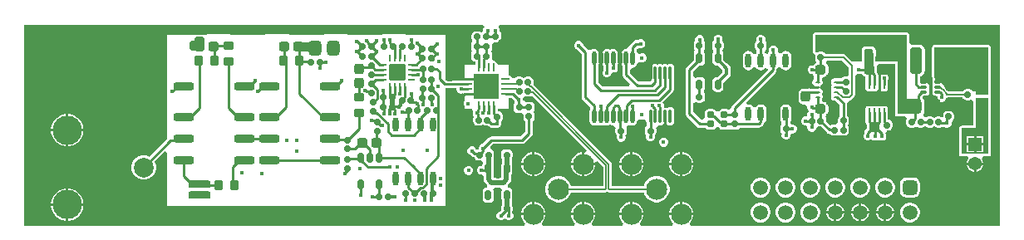
<source format=gtl>
G04*
G04 #@! TF.GenerationSoftware,Altium Limited,Altium Designer,23.10.1 (27)*
G04*
G04 Layer_Physical_Order=1*
G04 Layer_Color=255*
%FSAX25Y25*%
%MOIN*%
G70*
G04*
G04 #@! TF.SameCoordinates,DD09C1F2-BA3A-4F81-A9C7-6BB9A0416EC0*
G04*
G04*
G04 #@! TF.FilePolarity,Positive*
G04*
G01*
G75*
%ADD11C,0.00984*%
%ADD15C,0.01000*%
%ADD17C,0.00500*%
G04:AMPARAMS|DCode=23|XSize=31.5mil|YSize=81.1mil|CornerRadius=7.87mil|HoleSize=0mil|Usage=FLASHONLY|Rotation=270.000|XOffset=0mil|YOffset=0mil|HoleType=Round|Shape=RoundedRectangle|*
%AMROUNDEDRECTD23*
21,1,0.03150,0.06535,0,0,270.0*
21,1,0.01575,0.08110,0,0,270.0*
1,1,0.01575,-0.03268,-0.00787*
1,1,0.01575,-0.03268,0.00787*
1,1,0.01575,0.03268,0.00787*
1,1,0.01575,0.03268,-0.00787*
%
%ADD23ROUNDEDRECTD23*%
G04:AMPARAMS|DCode=24|XSize=9.84mil|YSize=19.68mil|CornerRadius=2.46mil|HoleSize=0mil|Usage=FLASHONLY|Rotation=90.000|XOffset=0mil|YOffset=0mil|HoleType=Round|Shape=RoundedRectangle|*
%AMROUNDEDRECTD24*
21,1,0.00984,0.01476,0,0,90.0*
21,1,0.00492,0.01968,0,0,90.0*
1,1,0.00492,0.00738,0.00246*
1,1,0.00492,0.00738,-0.00246*
1,1,0.00492,-0.00738,-0.00246*
1,1,0.00492,-0.00738,0.00246*
%
%ADD24ROUNDEDRECTD24*%
%ADD25O,0.00984X0.03347*%
%ADD26O,0.03347X0.00984*%
%ADD27O,0.03150X0.00984*%
%ADD28O,0.00984X0.03150*%
G04:AMPARAMS|DCode=30|XSize=11.81mil|YSize=26.38mil|CornerRadius=2.95mil|HoleSize=0mil|Usage=FLASHONLY|Rotation=270.000|XOffset=0mil|YOffset=0mil|HoleType=Round|Shape=RoundedRectangle|*
%AMROUNDEDRECTD30*
21,1,0.01181,0.02047,0,0,270.0*
21,1,0.00591,0.02638,0,0,270.0*
1,1,0.00591,-0.01024,-0.00295*
1,1,0.00591,-0.01024,0.00295*
1,1,0.00591,0.01024,0.00295*
1,1,0.00591,0.01024,-0.00295*
%
%ADD30ROUNDEDRECTD30*%
%ADD31O,0.02362X0.05709*%
G04:AMPARAMS|DCode=32|XSize=31.5mil|YSize=149.61mil|CornerRadius=7.87mil|HoleSize=0mil|Usage=FLASHONLY|Rotation=180.000|XOffset=0mil|YOffset=0mil|HoleType=Round|Shape=RoundedRectangle|*
%AMROUNDEDRECTD32*
21,1,0.03150,0.13386,0,0,180.0*
21,1,0.01575,0.14961,0,0,180.0*
1,1,0.01575,-0.00787,0.06693*
1,1,0.01575,0.00787,0.06693*
1,1,0.01575,0.00787,-0.06693*
1,1,0.01575,-0.00787,-0.06693*
%
%ADD32ROUNDEDRECTD32*%
G04:AMPARAMS|DCode=33|XSize=31.5mil|YSize=149.61mil|CornerRadius=7.87mil|HoleSize=0mil|Usage=FLASHONLY|Rotation=270.000|XOffset=0mil|YOffset=0mil|HoleType=Round|Shape=RoundedRectangle|*
%AMROUNDEDRECTD33*
21,1,0.03150,0.13386,0,0,270.0*
21,1,0.01575,0.14961,0,0,270.0*
1,1,0.01575,-0.06693,-0.00787*
1,1,0.01575,-0.06693,0.00787*
1,1,0.01575,0.06693,0.00787*
1,1,0.01575,0.06693,-0.00787*
%
%ADD33ROUNDEDRECTD33*%
G04:AMPARAMS|DCode=34|XSize=31.5mil|YSize=218.5mil|CornerRadius=7.87mil|HoleSize=0mil|Usage=FLASHONLY|Rotation=180.000|XOffset=0mil|YOffset=0mil|HoleType=Round|Shape=RoundedRectangle|*
%AMROUNDEDRECTD34*
21,1,0.03150,0.20276,0,0,180.0*
21,1,0.01575,0.21850,0,0,180.0*
1,1,0.01575,-0.00787,0.10138*
1,1,0.01575,0.00787,0.10138*
1,1,0.01575,0.00787,-0.10138*
1,1,0.01575,-0.00787,-0.10138*
%
%ADD34ROUNDEDRECTD34*%
G04:AMPARAMS|DCode=35|XSize=31.5mil|YSize=196.06mil|CornerRadius=7.87mil|HoleSize=0mil|Usage=FLASHONLY|Rotation=270.000|XOffset=0mil|YOffset=0mil|HoleType=Round|Shape=RoundedRectangle|*
%AMROUNDEDRECTD35*
21,1,0.03150,0.18032,0,0,270.0*
21,1,0.01575,0.19606,0,0,270.0*
1,1,0.01575,-0.09016,-0.00787*
1,1,0.01575,-0.09016,0.00787*
1,1,0.01575,0.09016,0.00787*
1,1,0.01575,0.09016,-0.00787*
%
%ADD35ROUNDEDRECTD35*%
%ADD36O,0.01772X0.05512*%
%ADD37O,0.01378X0.05512*%
G04:AMPARAMS|DCode=38|XSize=23.62mil|YSize=39.37mil|CornerRadius=5.91mil|HoleSize=0mil|Usage=FLASHONLY|Rotation=180.000|XOffset=0mil|YOffset=0mil|HoleType=Round|Shape=RoundedRectangle|*
%AMROUNDEDRECTD38*
21,1,0.02362,0.02756,0,0,180.0*
21,1,0.01181,0.03937,0,0,180.0*
1,1,0.01181,-0.00591,0.01378*
1,1,0.01181,0.00591,0.01378*
1,1,0.01181,0.00591,-0.01378*
1,1,0.01181,-0.00591,-0.01378*
%
%ADD38ROUNDEDRECTD38*%
G04:AMPARAMS|DCode=39|XSize=25.2mil|YSize=27.56mil|CornerRadius=6.3mil|HoleSize=0mil|Usage=FLASHONLY|Rotation=90.000|XOffset=0mil|YOffset=0mil|HoleType=Round|Shape=RoundedRectangle|*
%AMROUNDEDRECTD39*
21,1,0.02520,0.01496,0,0,90.0*
21,1,0.01260,0.02756,0,0,90.0*
1,1,0.01260,0.00748,0.00630*
1,1,0.01260,0.00748,-0.00630*
1,1,0.01260,-0.00748,-0.00630*
1,1,0.01260,-0.00748,0.00630*
%
%ADD39ROUNDEDRECTD39*%
G04:AMPARAMS|DCode=40|XSize=88.58mil|YSize=30mil|CornerRadius=7.5mil|HoleSize=0mil|Usage=FLASHONLY|Rotation=180.000|XOffset=0mil|YOffset=0mil|HoleType=Round|Shape=RoundedRectangle|*
%AMROUNDEDRECTD40*
21,1,0.08858,0.01500,0,0,180.0*
21,1,0.07358,0.03000,0,0,180.0*
1,1,0.01500,-0.03679,0.00750*
1,1,0.01500,0.03679,0.00750*
1,1,0.01500,0.03679,-0.00750*
1,1,0.01500,-0.03679,-0.00750*
%
%ADD40ROUNDEDRECTD40*%
G04:AMPARAMS|DCode=41|XSize=23.62mil|YSize=23.62mil|CornerRadius=5.91mil|HoleSize=0mil|Usage=FLASHONLY|Rotation=0.000|XOffset=0mil|YOffset=0mil|HoleType=Round|Shape=RoundedRectangle|*
%AMROUNDEDRECTD41*
21,1,0.02362,0.01181,0,0,0.0*
21,1,0.01181,0.02362,0,0,0.0*
1,1,0.01181,0.00591,-0.00591*
1,1,0.01181,-0.00591,-0.00591*
1,1,0.01181,-0.00591,0.00591*
1,1,0.01181,0.00591,0.00591*
%
%ADD41ROUNDEDRECTD41*%
G04:AMPARAMS|DCode=42|XSize=107.09mil|YSize=48.42mil|CornerRadius=12.11mil|HoleSize=0mil|Usage=FLASHONLY|Rotation=270.000|XOffset=0mil|YOffset=0mil|HoleType=Round|Shape=RoundedRectangle|*
%AMROUNDEDRECTD42*
21,1,0.10709,0.02421,0,0,270.0*
21,1,0.08287,0.04842,0,0,270.0*
1,1,0.02421,-0.01211,-0.04144*
1,1,0.02421,-0.01211,0.04144*
1,1,0.02421,0.01211,0.04144*
1,1,0.02421,0.01211,-0.04144*
%
%ADD42ROUNDEDRECTD42*%
G04:AMPARAMS|DCode=43|XSize=59.06mil|YSize=51.18mil|CornerRadius=12.8mil|HoleSize=0mil|Usage=FLASHONLY|Rotation=270.000|XOffset=0mil|YOffset=0mil|HoleType=Round|Shape=RoundedRectangle|*
%AMROUNDEDRECTD43*
21,1,0.05906,0.02559,0,0,270.0*
21,1,0.03347,0.05118,0,0,270.0*
1,1,0.02559,-0.01280,-0.01673*
1,1,0.02559,-0.01280,0.01673*
1,1,0.02559,0.01280,0.01673*
1,1,0.02559,0.01280,-0.01673*
%
%ADD43ROUNDEDRECTD43*%
G04:AMPARAMS|DCode=44|XSize=9.84mil|YSize=35.43mil|CornerRadius=2.46mil|HoleSize=0mil|Usage=FLASHONLY|Rotation=180.000|XOffset=0mil|YOffset=0mil|HoleType=Round|Shape=RoundedRectangle|*
%AMROUNDEDRECTD44*
21,1,0.00984,0.03051,0,0,180.0*
21,1,0.00492,0.03543,0,0,180.0*
1,1,0.00492,-0.00246,0.01526*
1,1,0.00492,0.00246,0.01526*
1,1,0.00492,0.00246,-0.01526*
1,1,0.00492,-0.00246,-0.01526*
%
%ADD44ROUNDEDRECTD44*%
G04:AMPARAMS|DCode=45|XSize=37.4mil|YSize=41.34mil|CornerRadius=9.35mil|HoleSize=0mil|Usage=FLASHONLY|Rotation=270.000|XOffset=0mil|YOffset=0mil|HoleType=Round|Shape=RoundedRectangle|*
%AMROUNDEDRECTD45*
21,1,0.03740,0.02264,0,0,270.0*
21,1,0.01870,0.04134,0,0,270.0*
1,1,0.01870,-0.01132,-0.00935*
1,1,0.01870,-0.01132,0.00935*
1,1,0.01870,0.01132,0.00935*
1,1,0.01870,0.01132,-0.00935*
%
%ADD45ROUNDEDRECTD45*%
G04:AMPARAMS|DCode=46|XSize=25.2mil|YSize=25.2mil|CornerRadius=6.3mil|HoleSize=0mil|Usage=FLASHONLY|Rotation=180.000|XOffset=0mil|YOffset=0mil|HoleType=Round|Shape=RoundedRectangle|*
%AMROUNDEDRECTD46*
21,1,0.02520,0.01260,0,0,180.0*
21,1,0.01260,0.02520,0,0,180.0*
1,1,0.01260,-0.00630,0.00630*
1,1,0.01260,0.00630,0.00630*
1,1,0.01260,0.00630,-0.00630*
1,1,0.01260,-0.00630,-0.00630*
%
%ADD46ROUNDEDRECTD46*%
G04:AMPARAMS|DCode=47|XSize=25.2mil|YSize=25.2mil|CornerRadius=6.3mil|HoleSize=0mil|Usage=FLASHONLY|Rotation=270.000|XOffset=0mil|YOffset=0mil|HoleType=Round|Shape=RoundedRectangle|*
%AMROUNDEDRECTD47*
21,1,0.02520,0.01260,0,0,270.0*
21,1,0.01260,0.02520,0,0,270.0*
1,1,0.01260,-0.00630,-0.00630*
1,1,0.01260,-0.00630,0.00630*
1,1,0.01260,0.00630,0.00630*
1,1,0.01260,0.00630,-0.00630*
%
%ADD47ROUNDEDRECTD47*%
G04:AMPARAMS|DCode=48|XSize=37.4mil|YSize=41.34mil|CornerRadius=9.35mil|HoleSize=0mil|Usage=FLASHONLY|Rotation=0.000|XOffset=0mil|YOffset=0mil|HoleType=Round|Shape=RoundedRectangle|*
%AMROUNDEDRECTD48*
21,1,0.03740,0.02264,0,0,0.0*
21,1,0.01870,0.04134,0,0,0.0*
1,1,0.01870,0.00935,-0.01132*
1,1,0.01870,-0.00935,-0.01132*
1,1,0.01870,-0.00935,0.01132*
1,1,0.01870,0.00935,0.01132*
%
%ADD48ROUNDEDRECTD48*%
G04:AMPARAMS|DCode=49|XSize=39.37mil|YSize=35.43mil|CornerRadius=8.86mil|HoleSize=0mil|Usage=FLASHONLY|Rotation=270.000|XOffset=0mil|YOffset=0mil|HoleType=Round|Shape=RoundedRectangle|*
%AMROUNDEDRECTD49*
21,1,0.03937,0.01772,0,0,270.0*
21,1,0.02165,0.03543,0,0,270.0*
1,1,0.01772,-0.00886,-0.01083*
1,1,0.01772,-0.00886,0.01083*
1,1,0.01772,0.00886,0.01083*
1,1,0.01772,0.00886,-0.01083*
%
%ADD49ROUNDEDRECTD49*%
G04:AMPARAMS|DCode=50|XSize=23.62mil|YSize=23.62mil|CornerRadius=5.91mil|HoleSize=0mil|Usage=FLASHONLY|Rotation=270.000|XOffset=0mil|YOffset=0mil|HoleType=Round|Shape=RoundedRectangle|*
%AMROUNDEDRECTD50*
21,1,0.02362,0.01181,0,0,270.0*
21,1,0.01181,0.02362,0,0,270.0*
1,1,0.01181,-0.00591,-0.00591*
1,1,0.01181,-0.00591,0.00591*
1,1,0.01181,0.00591,0.00591*
1,1,0.01181,0.00591,-0.00591*
%
%ADD50ROUNDEDRECTD50*%
G04:AMPARAMS|DCode=51|XSize=59.06mil|YSize=51.18mil|CornerRadius=12.8mil|HoleSize=0mil|Usage=FLASHONLY|Rotation=180.000|XOffset=0mil|YOffset=0mil|HoleType=Round|Shape=RoundedRectangle|*
%AMROUNDEDRECTD51*
21,1,0.05906,0.02559,0,0,180.0*
21,1,0.03347,0.05118,0,0,180.0*
1,1,0.02559,-0.01673,0.01280*
1,1,0.02559,0.01673,0.01280*
1,1,0.02559,0.01673,-0.01280*
1,1,0.02559,-0.01673,-0.01280*
%
%ADD51ROUNDEDRECTD51*%
G04:AMPARAMS|DCode=52|XSize=39.37mil|YSize=35.43mil|CornerRadius=8.86mil|HoleSize=0mil|Usage=FLASHONLY|Rotation=0.000|XOffset=0mil|YOffset=0mil|HoleType=Round|Shape=RoundedRectangle|*
%AMROUNDEDRECTD52*
21,1,0.03937,0.01772,0,0,0.0*
21,1,0.02165,0.03543,0,0,0.0*
1,1,0.01772,0.01083,-0.00886*
1,1,0.01772,-0.01083,-0.00886*
1,1,0.01772,-0.01083,0.00886*
1,1,0.01772,0.01083,0.00886*
%
%ADD52ROUNDEDRECTD52*%
G04:AMPARAMS|DCode=93|XSize=62.99mil|YSize=35.43mil|CornerRadius=1.77mil|HoleSize=0mil|Usage=FLASHONLY|Rotation=90.000|XOffset=0mil|YOffset=0mil|HoleType=Round|Shape=RoundedRectangle|*
%AMROUNDEDRECTD93*
21,1,0.06299,0.03189,0,0,90.0*
21,1,0.05945,0.03543,0,0,90.0*
1,1,0.00354,0.01595,0.02972*
1,1,0.00354,0.01595,-0.02972*
1,1,0.00354,-0.01595,-0.02972*
1,1,0.00354,-0.01595,0.02972*
%
%ADD93ROUNDEDRECTD93*%
G04:AMPARAMS|DCode=94|XSize=102.36mil|YSize=102.36mil|CornerRadius=2.56mil|HoleSize=0mil|Usage=FLASHONLY|Rotation=270.000|XOffset=0mil|YOffset=0mil|HoleType=Round|Shape=RoundedRectangle|*
%AMROUNDEDRECTD94*
21,1,0.10236,0.09724,0,0,270.0*
21,1,0.09724,0.10236,0,0,270.0*
1,1,0.00512,-0.04862,-0.04862*
1,1,0.00512,-0.04862,0.04862*
1,1,0.00512,0.04862,0.04862*
1,1,0.00512,0.04862,-0.04862*
%
%ADD94ROUNDEDRECTD94*%
G04:AMPARAMS|DCode=95|XSize=66.14mil|YSize=66.14mil|CornerRadius=3.31mil|HoleSize=0mil|Usage=FLASHONLY|Rotation=0.000|XOffset=0mil|YOffset=0mil|HoleType=Round|Shape=RoundedRectangle|*
%AMROUNDEDRECTD95*
21,1,0.06614,0.05953,0,0,0.0*
21,1,0.05953,0.06614,0,0,0.0*
1,1,0.00661,0.02976,-0.02976*
1,1,0.00661,-0.02976,-0.02976*
1,1,0.00661,-0.02976,0.02976*
1,1,0.00661,0.02976,0.02976*
%
%ADD95ROUNDEDRECTD95*%
G04:AMPARAMS|DCode=96|XSize=96.06mil|YSize=58.66mil|CornerRadius=2.93mil|HoleSize=0mil|Usage=FLASHONLY|Rotation=180.000|XOffset=0mil|YOffset=0mil|HoleType=Round|Shape=RoundedRectangle|*
%AMROUNDEDRECTD96*
21,1,0.09606,0.05280,0,0,180.0*
21,1,0.09020,0.05866,0,0,180.0*
1,1,0.00587,-0.04510,0.02640*
1,1,0.00587,0.04510,0.02640*
1,1,0.00587,0.04510,-0.02640*
1,1,0.00587,-0.04510,-0.02640*
%
%ADD96ROUNDEDRECTD96*%
%ADD97C,0.01181*%
%ADD98C,0.00839*%
%ADD99C,0.00837*%
%ADD100C,0.03740*%
%ADD101C,0.02000*%
%ADD102C,0.05906*%
%ADD103C,0.03543*%
%ADD104C,0.01968*%
%ADD105C,0.08425*%
%ADD106C,0.07874*%
%ADD107C,0.11811*%
%ADD108C,0.05386*%
%ADD109R,0.05386X0.05386*%
%ADD110C,0.05906*%
G04:AMPARAMS|DCode=111|XSize=59.06mil|YSize=59.06mil|CornerRadius=14.76mil|HoleSize=0mil|Usage=FLASHONLY|Rotation=180.000|XOffset=0mil|YOffset=0mil|HoleType=Round|Shape=RoundedRectangle|*
%AMROUNDEDRECTD111*
21,1,0.05906,0.02953,0,0,180.0*
21,1,0.02953,0.05906,0,0,180.0*
1,1,0.02953,-0.01476,0.01476*
1,1,0.02953,0.01476,0.01476*
1,1,0.02953,0.01476,-0.01476*
1,1,0.02953,-0.01476,-0.01476*
%
%ADD111ROUNDEDRECTD111*%
%ADD112C,0.01600*%
G36*
X0392497Y0001204D02*
X0268401D01*
X0267987Y0002204D01*
X0268576Y0002793D01*
X0269209Y0003890D01*
X0269537Y0005114D01*
Y0005248D01*
X0259912D01*
Y0005114D01*
X0260240Y0003890D01*
X0260873Y0002793D01*
X0261462Y0002204D01*
X0261048Y0001204D01*
X0248401D01*
X0247987Y0002204D01*
X0248575Y0002793D01*
X0249209Y0003890D01*
X0249537Y0005114D01*
Y0005248D01*
X0239912D01*
Y0005114D01*
X0240240Y0003890D01*
X0240873Y0002793D01*
X0241462Y0002204D01*
X0241048Y0001204D01*
X0229031D01*
X0228616Y0002204D01*
X0229205Y0002793D01*
X0229839Y0003890D01*
X0230167Y0005114D01*
Y0005248D01*
X0220542D01*
Y0005114D01*
X0220870Y0003890D01*
X0221503Y0002793D01*
X0222092Y0002204D01*
X0221678Y0001204D01*
X0209031D01*
X0208616Y0002204D01*
X0209205Y0002793D01*
X0209839Y0003890D01*
X0210167Y0005114D01*
Y0005248D01*
X0200542D01*
Y0005114D01*
X0200870Y0003890D01*
X0201503Y0002793D01*
X0202092Y0002204D01*
X0201678Y0001204D01*
X0001204D01*
Y0081658D01*
X0185178D01*
X0185592Y0080658D01*
X0185482Y0080547D01*
X0185208Y0079886D01*
Y0079352D01*
X0185133Y0079283D01*
X0184625Y0078973D01*
X0184309Y0078867D01*
X0183987Y0079057D01*
X0183366Y0079181D01*
X0182185D01*
X0181564Y0079057D01*
X0181038Y0078706D01*
X0180687Y0078180D01*
X0180563Y0077559D01*
Y0076378D01*
X0180687Y0075757D01*
X0180813Y0074935D01*
X0180453Y0074396D01*
X0180326Y0073760D01*
Y0072500D01*
X0180453Y0071864D01*
X0180813Y0071325D01*
X0180453Y0070459D01*
X0180326Y0069823D01*
Y0068563D01*
X0180453Y0067927D01*
X0180813Y0067388D01*
X0181352Y0067028D01*
X0181988Y0066901D01*
X0182042D01*
Y0065847D01*
X0177657D01*
Y0059474D01*
X0177383Y0059420D01*
X0170383D01*
X0170177Y0059625D01*
Y0077953D01*
X0058465D01*
Y0035904D01*
X0051432Y0028871D01*
X0051020Y0029108D01*
X0049764Y0029445D01*
X0048464D01*
X0047209Y0029108D01*
X0046083Y0028458D01*
X0045164Y0027539D01*
X0044514Y0026414D01*
X0044177Y0025158D01*
Y0023858D01*
X0044514Y0022602D01*
X0045164Y0021476D01*
X0046083Y0020557D01*
X0047209Y0019907D01*
X0048464Y0019571D01*
X0049764D01*
X0051020Y0019907D01*
X0052146Y0020557D01*
X0053065Y0021476D01*
X0053715Y0022602D01*
X0054051Y0023858D01*
Y0025158D01*
X0053715Y0026414D01*
X0053477Y0026825D01*
X0057541Y0030889D01*
X0058465Y0030506D01*
Y0009055D01*
X0170177D01*
Y0056525D01*
X0174370D01*
X0174479Y0056362D01*
Y0055646D01*
X0174754Y0054984D01*
X0175260Y0054478D01*
X0175921Y0054204D01*
X0176638D01*
X0176657Y0054212D01*
X0177657Y0053544D01*
Y0051266D01*
X0177608Y0051217D01*
X0177334Y0050555D01*
Y0049839D01*
X0177608Y0049177D01*
X0177657Y0049128D01*
Y0048130D01*
X0180587D01*
X0180809Y0047879D01*
X0181147Y0047130D01*
X0180976Y0046716D01*
Y0046000D01*
X0181250Y0045339D01*
X0181503Y0045085D01*
Y0045053D01*
X0181277Y0044715D01*
X0181154Y0044094D01*
Y0042913D01*
X0181277Y0042293D01*
X0181629Y0041767D01*
X0182155Y0041415D01*
X0182776Y0041292D01*
X0183957D01*
X0184577Y0041415D01*
X0185103Y0041767D01*
X0185172D01*
X0185698Y0041415D01*
X0186319Y0041292D01*
X0187106D01*
X0187452Y0040946D01*
X0187948Y0040615D01*
X0188533Y0040498D01*
X0189876D01*
X0190292Y0040326D01*
X0191008D01*
X0191669Y0040600D01*
X0192176Y0041106D01*
X0192450Y0041768D01*
Y0042484D01*
X0192303Y0042838D01*
X0192514Y0042978D01*
X0192874Y0043518D01*
X0193000Y0044153D01*
Y0045413D01*
X0192874Y0046049D01*
X0192514Y0046589D01*
X0191974Y0046949D01*
X0191339Y0047075D01*
X0190998D01*
Y0048130D01*
X0195374D01*
Y0052506D01*
X0196611D01*
X0197613Y0051504D01*
X0197883Y0050850D01*
X0197869Y0050359D01*
X0197518Y0049833D01*
X0197394Y0049213D01*
Y0048031D01*
X0197518Y0047411D01*
X0197869Y0046885D01*
X0198395Y0046533D01*
X0199016Y0046410D01*
X0200197D01*
X0200469Y0046464D01*
X0201219Y0045884D01*
X0201336Y0045694D01*
X0201331Y0045669D01*
Y0044488D01*
X0201454Y0043868D01*
X0201806Y0043341D01*
X0202014Y0043203D01*
Y0038822D01*
X0200154Y0036963D01*
X0188583D01*
X0187997Y0036846D01*
X0187501Y0036514D01*
X0184870Y0033883D01*
X0184217Y0033613D01*
X0183710Y0033106D01*
X0183436Y0032445D01*
Y0031740D01*
X0183169D01*
X0182879Y0031682D01*
X0182454D01*
X0182390Y0031746D01*
X0182235Y0032122D01*
X0181728Y0032628D01*
X0181067Y0032902D01*
X0180351D01*
X0179689Y0032628D01*
X0179183Y0032122D01*
X0178909Y0031460D01*
Y0030744D01*
X0179183Y0030083D01*
X0179689Y0029576D01*
X0180351Y0029302D01*
X0180508D01*
X0180739Y0029071D01*
X0181235Y0028740D01*
X0181601Y0028667D01*
X0181671Y0028316D01*
X0182023Y0027790D01*
X0182549Y0027439D01*
X0183169Y0027315D01*
X0184350D01*
X0185231Y0026501D01*
Y0026186D01*
X0185116Y0026014D01*
X0184877Y0025146D01*
X0184160D01*
X0183499Y0024872D01*
X0182993Y0024365D01*
X0182719Y0023704D01*
Y0022988D01*
X0182993Y0022326D01*
X0183499Y0021820D01*
X0184160Y0021546D01*
X0184877D01*
X0185379Y0020671D01*
Y0019657D01*
X0185532Y0018883D01*
X0185971Y0018226D01*
X0186812Y0017386D01*
X0186702Y0016827D01*
X0186450Y0016353D01*
X0185994Y0016262D01*
X0185468Y0015911D01*
X0185116Y0015384D01*
X0184993Y0014764D01*
Y0012008D01*
X0185116Y0011387D01*
X0185468Y0010861D01*
X0185994Y0010510D01*
X0186614Y0010386D01*
X0187795D01*
X0188416Y0010510D01*
X0188942Y0010861D01*
X0189294Y0011387D01*
X0189417Y0012008D01*
Y0014764D01*
X0189294Y0015384D01*
X0189229Y0015481D01*
X0189751Y0016481D01*
X0192138D01*
X0192661Y0015481D01*
X0192596Y0015384D01*
X0192473Y0014764D01*
Y0012008D01*
X0192596Y0011387D01*
X0192682Y0011259D01*
Y0009323D01*
X0192559Y0009140D01*
X0192433Y0008504D01*
Y0007528D01*
X0191705Y0006800D01*
X0191328Y0006644D01*
X0190822Y0006138D01*
X0190548Y0005476D01*
Y0004760D01*
X0190822Y0004098D01*
X0191328Y0003592D01*
X0191990Y0003318D01*
X0192706D01*
X0193367Y0003592D01*
X0193910Y0004067D01*
X0194453Y0003592D01*
X0195114Y0003318D01*
X0195831D01*
X0196492Y0003592D01*
X0196998Y0004098D01*
X0197273Y0004760D01*
Y0005476D01*
X0196998Y0006138D01*
X0196887Y0006249D01*
Y0006604D01*
X0196890Y0006608D01*
X0197016Y0007244D01*
Y0008504D01*
X0196890Y0009140D01*
X0196728Y0009382D01*
Y0011318D01*
X0196774Y0011387D01*
X0196897Y0012008D01*
Y0014764D01*
X0196774Y0015384D01*
X0196422Y0015911D01*
X0195896Y0016262D01*
X0195440Y0016353D01*
X0195188Y0016827D01*
X0195078Y0017386D01*
X0195919Y0018226D01*
X0196357Y0018883D01*
X0196511Y0019657D01*
Y0021624D01*
X0196774Y0022017D01*
X0196897Y0022638D01*
Y0025394D01*
X0196774Y0026014D01*
X0196728Y0026083D01*
Y0028019D01*
X0196890Y0028262D01*
X0197016Y0028898D01*
Y0030158D01*
X0196890Y0030793D01*
X0196529Y0031333D01*
X0195990Y0031693D01*
X0195354Y0031819D01*
X0194095D01*
X0193459Y0031693D01*
X0192919Y0031333D01*
X0192559Y0030793D01*
X0192433Y0030158D01*
Y0028898D01*
X0192559Y0028262D01*
X0192682Y0028078D01*
Y0026142D01*
X0192596Y0026014D01*
X0192473Y0025394D01*
Y0023858D01*
X0192465Y0023819D01*
Y0020527D01*
X0189425D01*
Y0023819D01*
X0189417Y0023858D01*
Y0025394D01*
X0189294Y0026014D01*
X0189277Y0026039D01*
Y0028144D01*
X0189392Y0028316D01*
X0189515Y0028937D01*
Y0030118D01*
X0189392Y0030739D01*
X0189041Y0031265D01*
X0188514Y0031616D01*
X0188372Y0031645D01*
X0188019Y0032707D01*
X0189216Y0033904D01*
X0200787D01*
X0201373Y0034020D01*
X0201869Y0034352D01*
X0204625Y0037108D01*
X0204956Y0037604D01*
X0205073Y0038189D01*
Y0043203D01*
X0205281Y0043341D01*
X0205632Y0043868D01*
X0205756Y0044488D01*
Y0045669D01*
X0205632Y0046290D01*
X0205281Y0046816D01*
Y0046885D01*
X0205632Y0047411D01*
X0205756Y0048031D01*
Y0049213D01*
X0205632Y0049833D01*
X0205281Y0050359D01*
X0204754Y0050711D01*
X0204134Y0050834D01*
X0202953D01*
X0202332Y0050711D01*
X0201390Y0051232D01*
X0201209Y0051512D01*
Y0052228D01*
X0201160Y0052346D01*
X0201853Y0052954D01*
X0201962Y0053025D01*
X0202559Y0052906D01*
X0203740D01*
X0204361Y0053029D01*
X0204792Y0053318D01*
X0226707Y0031403D01*
X0226189Y0030507D01*
X0225988Y0030561D01*
X0225854D01*
Y0026248D01*
X0230167D01*
Y0026382D01*
X0230113Y0026583D01*
X0231010Y0027101D01*
X0233259Y0024852D01*
Y0017022D01*
X0220409D01*
X0220212Y0017760D01*
X0219525Y0018949D01*
X0218555Y0019919D01*
X0217366Y0020605D01*
X0216041Y0020961D01*
X0214668D01*
X0213342Y0020605D01*
X0212154Y0019919D01*
X0211183Y0018949D01*
X0210497Y0017760D01*
X0210142Y0016434D01*
Y0015062D01*
X0210497Y0013736D01*
X0211183Y0012547D01*
X0212154Y0011577D01*
X0213342Y0010891D01*
X0214668Y0010535D01*
X0216041D01*
X0217366Y0010891D01*
X0218555Y0011577D01*
X0219525Y0012547D01*
X0220212Y0013736D01*
X0220409Y0014473D01*
X0234240D01*
X0234728Y0014571D01*
X0235039Y0014779D01*
X0235351Y0014571D01*
X0235839Y0014473D01*
X0249669D01*
X0249867Y0013736D01*
X0250553Y0012547D01*
X0251524Y0011577D01*
X0252712Y0010891D01*
X0254038Y0010535D01*
X0255411D01*
X0256736Y0010891D01*
X0257925Y0011577D01*
X0258895Y0012547D01*
X0259582Y0013736D01*
X0259937Y0015062D01*
Y0016434D01*
X0259582Y0017760D01*
X0258895Y0018949D01*
X0257925Y0019919D01*
X0256736Y0020605D01*
X0255411Y0020961D01*
X0254038D01*
X0252712Y0020605D01*
X0251524Y0019919D01*
X0250553Y0018949D01*
X0249867Y0017760D01*
X0249669Y0017022D01*
X0236820D01*
Y0025799D01*
X0236723Y0026287D01*
X0236447Y0026700D01*
X0205314Y0057833D01*
X0205362Y0058071D01*
Y0059252D01*
X0205238Y0059873D01*
X0204887Y0060399D01*
X0204361Y0060750D01*
X0203740Y0060874D01*
X0202559D01*
X0201939Y0060750D01*
X0201378Y0060419D01*
X0200817Y0060750D01*
X0200197Y0060874D01*
X0199016D01*
X0198395Y0060750D01*
X0197869Y0060399D01*
X0197758Y0060233D01*
X0196697Y0060444D01*
X0196681Y0060523D01*
X0196351Y0061017D01*
X0195858Y0061347D01*
X0195374Y0061443D01*
Y0065847D01*
X0190970D01*
X0190874Y0066330D01*
X0190544Y0066824D01*
X0190051Y0067154D01*
X0189469Y0067269D01*
X0189395Y0067255D01*
X0189091Y0067527D01*
X0188682Y0068128D01*
X0188768Y0068563D01*
Y0069823D01*
X0188642Y0070459D01*
X0188281Y0070998D01*
Y0071325D01*
X0188642Y0071864D01*
X0188768Y0072500D01*
Y0073760D01*
X0188739Y0073905D01*
X0189488Y0074775D01*
X0190748D01*
X0191384Y0074902D01*
X0191923Y0075262D01*
X0192283Y0075801D01*
X0192410Y0076437D01*
Y0077697D01*
X0192283Y0078333D01*
X0191923Y0078872D01*
X0191776Y0078970D01*
X0191859Y0079169D01*
Y0079886D01*
X0191585Y0080547D01*
X0191475Y0080658D01*
X0191889Y0081658D01*
X0392497D01*
Y0001204D01*
D02*
G37*
%LPC*%
G36*
X0248783Y0075914D02*
X0248067D01*
X0247406Y0075640D01*
X0247401Y0075635D01*
X0246457D01*
X0246457Y0075635D01*
X0245875Y0075520D01*
X0245381Y0075190D01*
X0245381Y0075190D01*
X0244003Y0073812D01*
X0243673Y0073318D01*
X0243576Y0072832D01*
X0243537Y0072723D01*
X0242557Y0072092D01*
X0242520Y0072100D01*
X0241784Y0071954D01*
X0241160Y0071537D01*
X0240743Y0070913D01*
X0240597Y0070177D01*
Y0066437D01*
X0240743Y0065701D01*
X0240990Y0065332D01*
Y0061811D01*
X0241107Y0061226D01*
X0241438Y0060730D01*
X0244203Y0057965D01*
X0243820Y0057041D01*
X0232917D01*
X0231254Y0058704D01*
Y0065332D01*
X0231501Y0065701D01*
X0231647Y0066437D01*
Y0070177D01*
X0231501Y0070913D01*
X0231084Y0071537D01*
X0230460Y0071954D01*
X0229724Y0072100D01*
X0228989Y0071954D01*
X0228509Y0071633D01*
X0228440Y0071612D01*
X0227997Y0071615D01*
X0227312Y0071761D01*
X0227257Y0071843D01*
X0225324Y0073777D01*
Y0073783D01*
X0225050Y0074445D01*
X0224543Y0074951D01*
X0223882Y0075225D01*
X0223166D01*
X0222504Y0074951D01*
X0221998Y0074445D01*
X0221724Y0073783D01*
Y0073067D01*
X0221998Y0072406D01*
X0222504Y0071899D01*
X0223166Y0071625D01*
X0223172D01*
X0224660Y0070138D01*
Y0052756D01*
X0224776Y0052174D01*
X0225105Y0051680D01*
X0228203Y0048582D01*
Y0048066D01*
X0227948Y0047685D01*
X0227802Y0046949D01*
Y0043209D01*
X0227948Y0042473D01*
X0228365Y0041849D01*
X0228989Y0041432D01*
X0229724Y0041286D01*
X0230460Y0041432D01*
X0231004Y0041796D01*
X0231548Y0041432D01*
X0232283Y0041286D01*
X0233019Y0041432D01*
X0233563Y0041796D01*
X0234107Y0041432D01*
X0234842Y0041286D01*
X0235578Y0041432D01*
X0236122Y0041796D01*
X0236666Y0041432D01*
X0237402Y0041286D01*
X0237432Y0041292D01*
X0238226Y0040741D01*
X0238337Y0040455D01*
X0238327Y0040439D01*
X0238200Y0039803D01*
Y0038543D01*
X0238327Y0037907D01*
X0238687Y0037368D01*
X0238849Y0037260D01*
X0238736Y0036987D01*
Y0036271D01*
X0239011Y0035609D01*
X0239517Y0035103D01*
X0240178Y0034829D01*
X0240895D01*
X0241556Y0035103D01*
X0242062Y0035609D01*
X0242336Y0036271D01*
Y0036987D01*
X0242204Y0037306D01*
X0242297Y0037368D01*
X0242657Y0037907D01*
X0242784Y0038543D01*
Y0039803D01*
X0242683Y0040312D01*
X0242715Y0040543D01*
X0243083Y0041205D01*
X0244149Y0041561D01*
X0244343Y0041432D01*
X0245079Y0041286D01*
X0245815Y0041432D01*
X0246438Y0041849D01*
X0246855Y0042473D01*
X0247002Y0043209D01*
Y0043527D01*
X0247513Y0043822D01*
X0248002Y0044002D01*
X0248559Y0043771D01*
X0249275D01*
X0249542Y0043881D01*
X0250474Y0043380D01*
X0250542Y0043295D01*
Y0043012D01*
X0250673Y0042353D01*
X0250764Y0042216D01*
Y0041143D01*
X0250518Y0040978D01*
X0250158Y0040439D01*
X0250031Y0039803D01*
Y0038543D01*
X0250158Y0037907D01*
X0250518Y0037368D01*
X0250540Y0037353D01*
X0250464Y0037169D01*
Y0036453D01*
X0250738Y0035791D01*
X0251244Y0035285D01*
X0251906Y0035011D01*
X0252622D01*
X0253283Y0035285D01*
X0253790Y0035791D01*
X0254064Y0036453D01*
Y0037169D01*
X0254013Y0037291D01*
X0254128Y0037368D01*
X0254488Y0037907D01*
X0254615Y0038543D01*
Y0039803D01*
X0254511Y0040325D01*
X0254526Y0040533D01*
X0254647Y0040827D01*
X0255542Y0041421D01*
X0256201Y0041290D01*
X0256860Y0041421D01*
X0257418Y0041794D01*
X0257614Y0042086D01*
X0257792Y0042137D01*
X0258547D01*
X0258725Y0042086D01*
X0258920Y0041794D01*
X0259479Y0041421D01*
X0260138Y0041290D01*
X0260797Y0041421D01*
X0261355Y0041794D01*
X0261729Y0042353D01*
X0261860Y0043012D01*
Y0047146D01*
X0261729Y0047805D01*
X0261355Y0048363D01*
X0260797Y0048737D01*
X0260138Y0048868D01*
X0259479Y0048737D01*
X0258920Y0048363D01*
X0257908Y0048535D01*
X0257736Y0048807D01*
X0257705Y0048876D01*
Y0049571D01*
X0257432Y0050232D01*
X0257128Y0050536D01*
X0261219Y0054627D01*
X0261551Y0055123D01*
X0261667Y0055709D01*
Y0059583D01*
X0261729Y0059676D01*
X0261860Y0060335D01*
Y0064468D01*
X0261729Y0065127D01*
X0261355Y0065686D01*
X0260797Y0066059D01*
X0260138Y0066191D01*
X0259479Y0066059D01*
X0259154Y0065842D01*
X0258828Y0066059D01*
X0258169Y0066191D01*
X0257510Y0066059D01*
X0257185Y0065842D01*
X0256860Y0066059D01*
X0256201Y0066191D01*
X0255542Y0066059D01*
X0255217Y0065842D01*
X0254891Y0066059D01*
X0254232Y0066191D01*
X0253573Y0066059D01*
X0253015Y0065686D01*
X0252641Y0065127D01*
X0252510Y0064468D01*
Y0060335D01*
X0252628Y0059743D01*
X0252041Y0058911D01*
X0247582D01*
X0244049Y0062445D01*
Y0063746D01*
X0245049Y0064520D01*
X0245079Y0064514D01*
X0245815Y0064661D01*
X0246438Y0065077D01*
X0246855Y0065701D01*
X0246989Y0066374D01*
X0247307Y0066581D01*
X0248002Y0066837D01*
X0248559Y0066606D01*
X0249275D01*
X0249937Y0066879D01*
X0250443Y0067386D01*
X0250717Y0068047D01*
Y0068764D01*
X0250443Y0069425D01*
X0249937Y0069932D01*
X0249275Y0070205D01*
X0248559D01*
X0248002Y0069974D01*
X0247669Y0070042D01*
X0246956Y0070404D01*
X0246855Y0070913D01*
X0246674Y0071185D01*
X0246784Y0071904D01*
X0247738Y0072451D01*
X0248067Y0072314D01*
X0248783D01*
X0249445Y0072588D01*
X0249951Y0073095D01*
X0250225Y0073756D01*
Y0074472D01*
X0249951Y0075134D01*
X0249445Y0075640D01*
X0248783Y0075914D01*
D02*
G37*
G36*
X0237402Y0072100D02*
X0236666Y0071954D01*
X0236122Y0071590D01*
X0235578Y0071954D01*
X0234842Y0072100D01*
X0234107Y0071954D01*
X0233483Y0071537D01*
X0233066Y0070913D01*
X0232920Y0070177D01*
Y0066437D01*
X0233066Y0065701D01*
X0233313Y0065332D01*
Y0063413D01*
X0233043Y0062760D01*
Y0062043D01*
X0233317Y0061382D01*
X0233823Y0060876D01*
X0234485Y0060602D01*
X0235201D01*
X0235862Y0060876D01*
X0236368Y0061382D01*
X0236505Y0061711D01*
X0237044Y0062570D01*
X0237760D01*
X0238421Y0062844D01*
X0238928Y0063350D01*
X0239202Y0064012D01*
Y0064728D01*
X0238944Y0065351D01*
X0239178Y0065701D01*
X0239324Y0066437D01*
Y0070177D01*
X0239178Y0070913D01*
X0238761Y0071537D01*
X0238137Y0071954D01*
X0237402Y0072100D01*
D02*
G37*
G36*
X0296913Y0077785D02*
X0296197D01*
X0295535Y0077511D01*
X0295029Y0077005D01*
X0294755Y0076343D01*
Y0075627D01*
X0294874Y0075340D01*
X0294711Y0075230D01*
X0294351Y0074691D01*
X0294224Y0074055D01*
Y0072795D01*
X0294351Y0072159D01*
X0294711Y0071620D01*
X0294719Y0071615D01*
X0294861Y0070514D01*
X0294580Y0070094D01*
X0294036Y0070012D01*
X0293491Y0070094D01*
X0293108Y0070667D01*
X0292387Y0071149D01*
X0291535Y0071318D01*
X0290685Y0071149D01*
X0289963Y0070667D01*
X0289481Y0069946D01*
X0289312Y0069094D01*
Y0065748D01*
X0289481Y0064897D01*
X0289963Y0064175D01*
X0290685Y0063693D01*
X0291535Y0063524D01*
X0292387Y0063693D01*
X0293108Y0064175D01*
X0293491Y0064749D01*
X0294036Y0064830D01*
X0294580Y0064749D01*
X0294963Y0064175D01*
X0295685Y0063693D01*
X0296535Y0063524D01*
X0297387Y0063693D01*
X0298108Y0064175D01*
X0298176Y0064277D01*
X0299278Y0064127D01*
X0299397Y0063765D01*
X0284951Y0049319D01*
X0284619Y0048822D01*
X0284503Y0048237D01*
Y0048105D01*
X0284465Y0048069D01*
X0283503Y0047662D01*
X0283274Y0047815D01*
X0282638Y0047941D01*
X0281142D01*
X0280506Y0047815D01*
X0279967Y0047455D01*
X0279664Y0047001D01*
X0279134Y0046952D01*
X0278604Y0047001D01*
X0278301Y0047455D01*
X0277762Y0047815D01*
X0277126Y0047941D01*
X0275630D01*
X0274994Y0047815D01*
X0274455Y0047455D01*
X0274095Y0046916D01*
X0273968Y0046279D01*
Y0045020D01*
X0274059Y0044563D01*
X0273478Y0043710D01*
X0272589Y0043649D01*
X0269443Y0046795D01*
Y0050278D01*
X0270443Y0050725D01*
X0270644Y0050591D01*
X0271280Y0050464D01*
X0272539D01*
X0273175Y0050591D01*
X0273714Y0050951D01*
X0274075Y0051490D01*
X0274201Y0052126D01*
Y0053386D01*
X0274075Y0054022D01*
X0273714Y0054561D01*
X0273836Y0055622D01*
X0273939Y0055777D01*
X0274063Y0056398D01*
Y0059153D01*
X0273939Y0059774D01*
X0273588Y0060300D01*
X0273061Y0060652D01*
X0272441Y0060775D01*
X0271260D01*
X0270639Y0060652D01*
X0270443Y0060520D01*
X0269449Y0060957D01*
X0269443Y0060963D01*
Y0063048D01*
X0271801Y0065406D01*
X0272441D01*
X0273061Y0065529D01*
X0273588Y0065881D01*
X0273939Y0066407D01*
X0274063Y0067028D01*
Y0069784D01*
X0273939Y0070404D01*
X0273844Y0070547D01*
X0273714Y0071620D01*
X0274075Y0072159D01*
X0274201Y0072795D01*
Y0074055D01*
X0274075Y0074691D01*
X0273714Y0075230D01*
X0273677Y0075255D01*
X0273749Y0075429D01*
Y0076145D01*
X0273475Y0076807D01*
X0272968Y0077313D01*
X0272307Y0077587D01*
X0271591D01*
X0270929Y0077313D01*
X0270423Y0076807D01*
X0270149Y0076145D01*
Y0075429D01*
X0270204Y0075297D01*
X0270104Y0075230D01*
X0269744Y0074691D01*
X0269618Y0074055D01*
Y0072795D01*
X0269744Y0072159D01*
X0270104Y0071620D01*
X0269903Y0070617D01*
X0269762Y0070404D01*
X0269638Y0069784D01*
Y0067569D01*
X0266832Y0064763D01*
X0266500Y0064266D01*
X0266384Y0063681D01*
Y0046161D01*
X0266500Y0045576D01*
X0266832Y0045080D01*
X0271044Y0040867D01*
X0271541Y0040536D01*
X0272126Y0040419D01*
X0274271D01*
X0274455Y0040144D01*
X0274994Y0039783D01*
X0275630Y0039657D01*
X0277126D01*
X0277762Y0039783D01*
X0278301Y0040144D01*
X0278604Y0040597D01*
X0279134Y0040647D01*
X0279664Y0040597D01*
X0279967Y0040144D01*
X0280506Y0039783D01*
X0281142Y0039657D01*
X0282638D01*
X0283274Y0039783D01*
X0283813Y0040144D01*
X0284758Y0039823D01*
X0285394Y0039696D01*
X0286653D01*
X0287290Y0039823D01*
X0287829Y0040183D01*
X0288000Y0040439D01*
X0295895D01*
X0296480Y0040556D01*
X0296976Y0040887D01*
X0297562Y0041473D01*
X0297894Y0041969D01*
X0298010Y0042554D01*
Y0042654D01*
X0298108Y0042719D01*
X0298590Y0043440D01*
X0298759Y0044291D01*
Y0047638D01*
X0298590Y0048489D01*
X0298108Y0049210D01*
X0297387Y0049692D01*
X0296535Y0049862D01*
X0295685Y0049692D01*
X0294963Y0049210D01*
X0294580Y0048637D01*
X0294036Y0048556D01*
X0293491Y0048637D01*
X0293108Y0049210D01*
X0292387Y0049692D01*
X0291535Y0049862D01*
X0291159Y0049787D01*
X0290667Y0050708D01*
X0302428Y0062470D01*
X0302760Y0062966D01*
X0302876Y0063552D01*
Y0064021D01*
X0303108Y0064175D01*
X0303491Y0064749D01*
X0304035Y0064830D01*
X0304580Y0064749D01*
X0304963Y0064175D01*
X0305684Y0063693D01*
X0306536Y0063524D01*
X0307386Y0063693D01*
X0308108Y0064175D01*
X0308590Y0064897D01*
X0308759Y0065748D01*
Y0069094D01*
X0308590Y0069946D01*
X0308108Y0070667D01*
X0307386Y0071149D01*
X0306536Y0071318D01*
X0305684Y0071149D01*
X0304963Y0070667D01*
X0304742Y0070336D01*
X0303683Y0070322D01*
X0303285Y0070995D01*
X0303377Y0071217D01*
Y0071933D01*
X0303103Y0072595D01*
X0302596Y0073101D01*
X0301935Y0073375D01*
X0301219D01*
X0300557Y0073101D01*
X0300051Y0072595D01*
X0299777Y0071933D01*
Y0071217D01*
X0299879Y0070972D01*
X0299411Y0070202D01*
X0298412Y0070212D01*
X0298200Y0070530D01*
X0298321Y0071620D01*
X0298681Y0072159D01*
X0298808Y0072795D01*
Y0074055D01*
X0298681Y0074691D01*
X0298321Y0075230D01*
X0298219Y0075298D01*
X0298355Y0075627D01*
Y0076343D01*
X0298081Y0077005D01*
X0297575Y0077511D01*
X0296913Y0077785D01*
D02*
G37*
G36*
X0279787Y0077686D02*
X0279071D01*
X0278410Y0077412D01*
X0277903Y0076905D01*
X0277629Y0076244D01*
Y0075528D01*
X0277716Y0075318D01*
X0277585Y0075230D01*
X0277224Y0074691D01*
X0277098Y0074055D01*
Y0072795D01*
X0277224Y0072159D01*
X0277585Y0071620D01*
X0277401Y0070643D01*
X0277242Y0070404D01*
X0277118Y0069784D01*
Y0067028D01*
X0277242Y0066407D01*
X0277593Y0065881D01*
X0278119Y0065529D01*
X0278740Y0065406D01*
X0279250D01*
X0280445Y0064210D01*
X0280445Y0064210D01*
X0281252Y0063403D01*
Y0062778D01*
X0279250Y0060775D01*
X0278740D01*
X0278119Y0060652D01*
X0277593Y0060300D01*
X0277242Y0059774D01*
X0277118Y0059153D01*
Y0056398D01*
X0277242Y0055777D01*
X0277593Y0055251D01*
X0278119Y0054899D01*
X0278740Y0054776D01*
X0279921D01*
X0280542Y0054899D01*
X0281068Y0055251D01*
X0281419Y0055777D01*
X0281543Y0056398D01*
Y0058482D01*
X0284021Y0060960D01*
X0284372Y0061486D01*
X0284496Y0062106D01*
Y0064075D01*
X0284372Y0064695D01*
X0284021Y0065222D01*
X0282738Y0066504D01*
X0282738Y0066504D01*
X0281543Y0067699D01*
Y0069784D01*
X0281419Y0070404D01*
X0281290Y0070597D01*
X0281195Y0071620D01*
X0281555Y0072159D01*
X0281681Y0072795D01*
Y0074055D01*
X0281555Y0074691D01*
X0281195Y0075230D01*
X0281125Y0075277D01*
X0281229Y0075528D01*
Y0076244D01*
X0280955Y0076905D01*
X0280449Y0077412D01*
X0279787Y0077686D01*
D02*
G37*
G36*
X0346211Y0049469D02*
X0345719D01*
X0345232Y0049373D01*
X0344980Y0049204D01*
X0344728Y0049373D01*
X0344242Y0049469D01*
X0343750D01*
X0343264Y0049373D01*
X0343012Y0049204D01*
X0342760Y0049373D01*
X0342274Y0049469D01*
X0341781D01*
X0341295Y0049373D01*
X0341043Y0049204D01*
X0340791Y0049373D01*
X0340305Y0049469D01*
X0339813D01*
X0339327Y0049373D01*
X0338915Y0049097D01*
X0338639Y0048685D01*
X0338543Y0048199D01*
Y0046738D01*
X0338530Y0046673D01*
Y0042558D01*
X0338646Y0041973D01*
X0338934Y0041542D01*
X0338923Y0041486D01*
Y0040101D01*
X0338387Y0039566D01*
X0338055Y0039070D01*
X0337939Y0038484D01*
Y0038118D01*
X0337668Y0037464D01*
Y0036748D01*
X0337943Y0036087D01*
X0338449Y0035580D01*
X0339110Y0035306D01*
X0339827D01*
X0340488Y0035580D01*
X0340846Y0035939D01*
X0341303Y0035482D01*
X0341965Y0035208D01*
X0342681D01*
X0343342Y0035482D01*
X0343701Y0035840D01*
X0344059Y0035482D01*
X0344721Y0035208D01*
X0345437D01*
X0346098Y0035482D01*
X0346605Y0035988D01*
X0346879Y0036650D01*
Y0037366D01*
X0346605Y0038028D01*
X0346461Y0038171D01*
X0346447Y0038244D01*
X0346957Y0039085D01*
X0347145Y0039244D01*
X0347638D01*
X0348274Y0039370D01*
X0348813Y0039730D01*
X0349173Y0040270D01*
X0349300Y0040905D01*
Y0042165D01*
X0349173Y0042801D01*
X0348813Y0043341D01*
X0348274Y0043701D01*
X0347638Y0043827D01*
X0347494D01*
Y0046673D01*
X0347481Y0046738D01*
Y0048199D01*
X0347384Y0048685D01*
X0347109Y0049097D01*
X0346697Y0049373D01*
X0346211Y0049469D01*
D02*
G37*
G36*
X0355118Y0078677D02*
X0318504D01*
X0318114Y0078600D01*
X0317783Y0078378D01*
X0317562Y0078048D01*
X0317484Y0077658D01*
Y0070776D01*
X0317520Y0070595D01*
X0317551Y0070414D01*
X0317559Y0070401D01*
X0317562Y0070386D01*
X0317664Y0070233D01*
X0317762Y0070076D01*
X0317775Y0070068D01*
X0317783Y0070055D01*
X0317936Y0069953D01*
X0318087Y0069846D01*
X0318438Y0069688D01*
X0318359Y0069291D01*
Y0068110D01*
X0318482Y0067490D01*
X0318518Y0067435D01*
X0318617Y0066671D01*
X0318249Y0066175D01*
X0318007Y0066013D01*
X0317624Y0065440D01*
X0317525Y0065481D01*
X0316809D01*
X0316147Y0065207D01*
X0315641Y0064701D01*
X0315367Y0064039D01*
Y0063323D01*
X0315641Y0062661D01*
X0316147Y0062155D01*
X0316809Y0061881D01*
X0317525D01*
X0317725Y0060957D01*
Y0059978D01*
X0317618Y0059906D01*
X0317342Y0059494D01*
X0317245Y0059008D01*
Y0058516D01*
X0317342Y0058030D01*
X0317618Y0057617D01*
X0318030Y0057342D01*
X0317870Y0056354D01*
X0316438D01*
X0315853Y0056238D01*
X0315559Y0056041D01*
X0315465Y0056060D01*
X0313595D01*
X0312840Y0055910D01*
X0312199Y0055482D01*
X0311772Y0054842D01*
X0311622Y0054087D01*
Y0051823D01*
X0311772Y0051068D01*
X0312199Y0050428D01*
X0312840Y0050000D01*
X0313595Y0049850D01*
X0314506D01*
X0315228Y0048980D01*
Y0048264D01*
X0315502Y0047602D01*
X0315997Y0047107D01*
X0315502Y0046611D01*
X0315228Y0045949D01*
Y0045834D01*
X0314988Y0045150D01*
X0314304Y0044910D01*
X0314188D01*
X0313527Y0044636D01*
X0313020Y0044130D01*
X0312747Y0043468D01*
Y0042752D01*
X0313020Y0042091D01*
X0313527Y0041584D01*
X0314188Y0041310D01*
X0314304D01*
X0314988Y0041071D01*
X0315228Y0040386D01*
Y0040271D01*
X0315502Y0039610D01*
X0316008Y0039103D01*
X0316670Y0038829D01*
X0317386D01*
X0318047Y0039103D01*
X0318553Y0039610D01*
X0318796Y0040195D01*
X0318864Y0040295D01*
X0319828Y0040928D01*
X0319980Y0040898D01*
X0320620D01*
X0323027Y0038491D01*
X0323523Y0038160D01*
X0324108Y0038043D01*
X0324199D01*
X0324407Y0037733D01*
X0324933Y0037382D01*
X0325553Y0037258D01*
X0326734D01*
X0327355Y0037382D01*
X0327916Y0037713D01*
X0328476Y0037382D01*
X0329097Y0037258D01*
X0330278D01*
X0330898Y0037382D01*
X0331424Y0037733D01*
X0331776Y0038259D01*
X0331899Y0038880D01*
Y0040061D01*
X0331776Y0040682D01*
X0331483Y0041341D01*
X0331776Y0042000D01*
X0331899Y0042620D01*
Y0043801D01*
X0331776Y0044422D01*
X0331424Y0044948D01*
X0331217Y0045087D01*
Y0050380D01*
X0331216Y0050383D01*
X0331932Y0051383D01*
X0331988D01*
X0332476Y0051480D01*
X0332889Y0051756D01*
X0333972Y0052839D01*
X0334248Y0053252D01*
X0334345Y0053740D01*
Y0061409D01*
X0335345Y0062031D01*
X0335469Y0061980D01*
X0336185D01*
X0337085Y0062089D01*
X0337512Y0061449D01*
X0338152Y0061022D01*
X0338530Y0060947D01*
Y0057706D01*
X0338522Y0057665D01*
X0338543Y0057561D01*
Y0056132D01*
X0338639Y0055646D01*
X0338915Y0055234D01*
X0339327Y0054958D01*
X0339813Y0054861D01*
X0340305D01*
X0340791Y0054958D01*
X0341043Y0055127D01*
X0341295Y0054958D01*
X0341781Y0054861D01*
X0342274D01*
X0342760Y0054958D01*
X0343172Y0055234D01*
X0343447Y0055646D01*
X0343486Y0055841D01*
X0344506D01*
X0344545Y0055646D01*
X0344820Y0055234D01*
X0345232Y0054958D01*
X0345719Y0054861D01*
X0346211D01*
X0346697Y0054958D01*
X0347109Y0055234D01*
X0347384Y0055646D01*
X0347481Y0056132D01*
Y0057633D01*
X0347486Y0057657D01*
Y0059409D01*
X0347491Y0059413D01*
X0347765Y0060075D01*
Y0060791D01*
X0347491Y0061453D01*
X0346984Y0061959D01*
X0346323Y0062233D01*
X0345607D01*
X0344945Y0061959D01*
X0344549Y0061563D01*
X0343950Y0061656D01*
X0343740Y0061744D01*
X0343541Y0061862D01*
X0343433Y0062406D01*
X0343143Y0062840D01*
X0343144Y0062844D01*
Y0064714D01*
X0343105Y0064909D01*
X0343811Y0065909D01*
X0350260D01*
Y0045965D01*
X0350338Y0045575D01*
X0350559Y0045244D01*
X0350889Y0045023D01*
X0351280Y0044945D01*
X0354475D01*
X0354921Y0044374D01*
X0355000Y0043931D01*
X0354998Y0043928D01*
X0354874Y0043307D01*
Y0042126D01*
X0354998Y0041505D01*
X0355349Y0040979D01*
X0355875Y0040628D01*
X0356496Y0040504D01*
X0357677D01*
X0358298Y0040628D01*
X0358824Y0040979D01*
X0358893D01*
X0359419Y0040628D01*
X0360039Y0040504D01*
X0361221D01*
X0361841Y0040628D01*
X0362367Y0040979D01*
X0362633D01*
X0363159Y0040628D01*
X0363780Y0040504D01*
X0364961D01*
X0365581Y0040628D01*
X0366107Y0040979D01*
X0366176D01*
X0366702Y0040628D01*
X0367323Y0040504D01*
X0368504D01*
X0369125Y0040628D01*
X0369198Y0040677D01*
X0370132D01*
X0370785Y0040406D01*
X0371501D01*
X0372163Y0040680D01*
X0372669Y0041186D01*
X0372943Y0041848D01*
Y0042564D01*
X0372898Y0042672D01*
X0372963Y0042793D01*
X0373489Y0043145D01*
X0373841Y0043671D01*
X0373964Y0044291D01*
Y0045472D01*
X0373841Y0046093D01*
X0373489Y0046619D01*
X0372963Y0046971D01*
X0372343Y0047094D01*
X0371162D01*
X0370541Y0046971D01*
X0370015Y0046619D01*
X0369663Y0046093D01*
X0369577Y0045657D01*
X0369453Y0045425D01*
X0368540Y0044922D01*
X0368504Y0044929D01*
X0367323D01*
X0366702Y0044805D01*
X0366176Y0044454D01*
X0366107D01*
X0365581Y0044805D01*
X0364961Y0044929D01*
X0363780D01*
X0363159Y0044805D01*
X0362907Y0044637D01*
X0361847Y0044941D01*
X0361836Y0044962D01*
X0361790Y0045102D01*
X0361660Y0045861D01*
X0361990Y0046355D01*
X0362167Y0047244D01*
Y0050591D01*
X0361990Y0051480D01*
X0361486Y0052234D01*
X0361497Y0052363D01*
X0361830Y0053207D01*
X0362776D01*
X0363281Y0053307D01*
X0363709Y0053594D01*
X0363996Y0054022D01*
X0364096Y0054528D01*
Y0055118D01*
X0363996Y0055624D01*
X0363873Y0055807D01*
X0363996Y0055991D01*
X0364096Y0056496D01*
Y0057087D01*
X0363996Y0057592D01*
X0363709Y0058021D01*
X0363281Y0058307D01*
X0362776Y0058407D01*
X0360728D01*
X0360348Y0059351D01*
Y0061087D01*
X0360892Y0061195D01*
X0361623Y0061684D01*
X0362112Y0062415D01*
X0362283Y0063278D01*
Y0071565D01*
X0362112Y0072427D01*
X0361623Y0073159D01*
X0360892Y0073647D01*
X0360030Y0073819D01*
X0357608D01*
X0357138Y0073725D01*
X0356138Y0074352D01*
Y0077658D01*
X0356060Y0078048D01*
X0355839Y0078378D01*
X0355508Y0078600D01*
X0355118Y0078677D01*
D02*
G37*
G36*
X0019046Y0045974D02*
X0018905D01*
Y0039968D01*
X0024911D01*
Y0040109D01*
X0024661Y0041366D01*
X0024171Y0042550D01*
X0023459Y0043615D01*
X0022553Y0044522D01*
X0021487Y0045234D01*
X0020303Y0045724D01*
X0019046Y0045974D01*
D02*
G37*
G36*
X0017906D02*
X0017765D01*
X0016508Y0045724D01*
X0015324Y0045234D01*
X0014258Y0044522D01*
X0013352Y0043615D01*
X0012640Y0042550D01*
X0012150Y0041366D01*
X0011900Y0040109D01*
Y0039968D01*
X0017906D01*
Y0045974D01*
D02*
G37*
G36*
X0306536Y0049862D02*
X0305684Y0049692D01*
X0304963Y0049210D01*
X0304481Y0048489D01*
X0304312Y0047638D01*
Y0044291D01*
X0304481Y0043440D01*
X0304814Y0042942D01*
X0304849Y0041864D01*
X0304488Y0041325D01*
X0304362Y0040689D01*
Y0039429D01*
X0304488Y0038793D01*
X0304849Y0038254D01*
X0305012Y0038145D01*
X0304893Y0037857D01*
Y0037141D01*
X0305167Y0036480D01*
X0305673Y0035973D01*
X0306335Y0035699D01*
X0307051D01*
X0307713Y0035973D01*
X0308219Y0036480D01*
X0308493Y0037141D01*
Y0037237D01*
X0308772Y0037949D01*
X0309417Y0038161D01*
X0309572D01*
X0310233Y0038435D01*
X0310739Y0038941D01*
X0311014Y0039603D01*
Y0040319D01*
X0310739Y0040980D01*
X0310233Y0041487D01*
X0309572Y0041761D01*
X0308855D01*
X0308357Y0042361D01*
X0308274Y0042967D01*
X0308590Y0043440D01*
X0308759Y0044291D01*
Y0047638D01*
X0308590Y0048489D01*
X0308108Y0049210D01*
X0307386Y0049692D01*
X0306536Y0049862D01*
D02*
G37*
G36*
X0024911Y0038969D02*
X0018905D01*
Y0032963D01*
X0019046D01*
X0020303Y0033213D01*
X0021487Y0033703D01*
X0022553Y0034415D01*
X0023459Y0035322D01*
X0024171Y0036387D01*
X0024661Y0037571D01*
X0024911Y0038828D01*
Y0038969D01*
D02*
G37*
G36*
X0017906D02*
X0011900D01*
Y0038828D01*
X0012150Y0037571D01*
X0012640Y0036387D01*
X0013352Y0035322D01*
X0014258Y0034415D01*
X0015324Y0033703D01*
X0016508Y0033213D01*
X0017765Y0032963D01*
X0017906D01*
Y0038969D01*
D02*
G37*
G36*
X0257937Y0036446D02*
X0257221D01*
X0256559Y0036172D01*
X0256053Y0035665D01*
X0255779Y0035004D01*
Y0034288D01*
X0256053Y0033626D01*
X0256559Y0033120D01*
X0257221Y0032846D01*
X0257937D01*
X0258598Y0033120D01*
X0259105Y0033626D01*
X0259379Y0034288D01*
Y0035004D01*
X0259105Y0035665D01*
X0258598Y0036172D01*
X0257937Y0036446D01*
D02*
G37*
G36*
X0371329Y0073819D02*
X0368907D01*
X0368789Y0073795D01*
X0366240D01*
X0365850Y0073718D01*
X0365519Y0073497D01*
X0365298Y0073166D01*
X0365221Y0072776D01*
Y0060843D01*
X0365298Y0060453D01*
X0365298Y0060453D01*
X0365446Y0060096D01*
Y0059786D01*
X0365381Y0059629D01*
X0365335Y0059561D01*
X0365319Y0059479D01*
X0365298Y0059429D01*
X0365298Y0059429D01*
X0365221Y0059039D01*
Y0058829D01*
X0365234Y0058759D01*
Y0058465D01*
X0365335Y0057959D01*
X0365458Y0057776D01*
X0365335Y0057592D01*
X0365234Y0057087D01*
Y0056496D01*
X0365335Y0055991D01*
X0365458Y0055807D01*
X0365335Y0055624D01*
X0365234Y0055118D01*
Y0054528D01*
X0365335Y0054022D01*
X0365621Y0053594D01*
X0366050Y0053307D01*
X0366469Y0053224D01*
X0367393Y0053016D01*
Y0052299D01*
X0367667Y0051638D01*
X0368173Y0051131D01*
X0368835Y0050858D01*
X0369551D01*
X0370213Y0051131D01*
X0370719Y0051638D01*
X0370993Y0052299D01*
X0371376Y0052564D01*
X0377432D01*
X0377439Y0052529D01*
X0377790Y0052003D01*
X0378316Y0051651D01*
X0378937Y0051528D01*
X0380118D01*
X0380658Y0051635D01*
X0380784Y0051623D01*
X0381658Y0051063D01*
Y0041276D01*
X0377165D01*
X0376775Y0041198D01*
X0376444Y0040977D01*
X0376223Y0040646D01*
X0376146Y0040256D01*
Y0029921D01*
X0376223Y0029531D01*
X0376444Y0029200D01*
X0376775Y0028979D01*
X0377165Y0028902D01*
X0379327D01*
X0379664Y0028320D01*
X0379785Y0027902D01*
X0379412Y0027255D01*
X0379205Y0026484D01*
X0382480D01*
X0385755D01*
X0385549Y0027255D01*
X0385176Y0027902D01*
X0385297Y0028320D01*
X0385634Y0028902D01*
X0387795D01*
X0388186Y0028979D01*
X0388516Y0029200D01*
X0388737Y0029531D01*
X0388815Y0029921D01*
Y0052461D01*
X0388737Y0052851D01*
X0388636Y0053002D01*
X0388737Y0053153D01*
X0388815Y0053543D01*
Y0072776D01*
X0388737Y0073166D01*
X0388516Y0073497D01*
X0388186Y0073718D01*
X0387795Y0073795D01*
X0371448D01*
X0371329Y0073819D01*
D02*
G37*
G36*
X0265358Y0030561D02*
X0265224D01*
Y0026248D01*
X0269537D01*
Y0026382D01*
X0269209Y0027606D01*
X0268576Y0028703D01*
X0267679Y0029599D01*
X0266582Y0030233D01*
X0265358Y0030561D01*
D02*
G37*
G36*
X0264224D02*
X0264091D01*
X0262867Y0030233D01*
X0261769Y0029599D01*
X0260873Y0028703D01*
X0260240Y0027606D01*
X0259912Y0026382D01*
Y0026248D01*
X0264224D01*
Y0030561D01*
D02*
G37*
G36*
X0245358D02*
X0245224D01*
Y0026248D01*
X0249537D01*
Y0026382D01*
X0249209Y0027606D01*
X0248575Y0028703D01*
X0247679Y0029599D01*
X0246582Y0030233D01*
X0245358Y0030561D01*
D02*
G37*
G36*
X0244224D02*
X0244091D01*
X0242867Y0030233D01*
X0241769Y0029599D01*
X0240873Y0028703D01*
X0240240Y0027606D01*
X0239912Y0026382D01*
Y0026248D01*
X0244224D01*
Y0030561D01*
D02*
G37*
G36*
X0224854D02*
X0224721D01*
X0223497Y0030233D01*
X0222399Y0029599D01*
X0221503Y0028703D01*
X0220870Y0027606D01*
X0220542Y0026382D01*
Y0026248D01*
X0224854D01*
Y0030561D01*
D02*
G37*
G36*
X0205988D02*
X0205854D01*
Y0026248D01*
X0210167D01*
Y0026382D01*
X0209839Y0027606D01*
X0209205Y0028703D01*
X0208309Y0029599D01*
X0207212Y0030233D01*
X0205988Y0030561D01*
D02*
G37*
G36*
X0204854D02*
X0204721D01*
X0203497Y0030233D01*
X0202399Y0029599D01*
X0201503Y0028703D01*
X0200870Y0027606D01*
X0200542Y0026382D01*
Y0026248D01*
X0204854D01*
Y0030561D01*
D02*
G37*
G36*
X0385755Y0025484D02*
X0382980D01*
Y0022709D01*
X0383751Y0022916D01*
X0384502Y0023349D01*
X0385115Y0023962D01*
X0385549Y0024713D01*
X0385755Y0025484D01*
D02*
G37*
G36*
X0381980D02*
X0379205D01*
X0379412Y0024713D01*
X0379845Y0023962D01*
X0380458Y0023349D01*
X0381209Y0022916D01*
X0381980Y0022709D01*
Y0025484D01*
D02*
G37*
G36*
X0179689Y0025127D02*
X0178973D01*
X0178311Y0024853D01*
X0177805Y0024346D01*
X0177531Y0023685D01*
Y0022969D01*
X0177805Y0022307D01*
X0178311Y0021801D01*
X0178973Y0021527D01*
X0179689D01*
X0180350Y0021801D01*
X0180857Y0022307D01*
X0181131Y0022969D01*
Y0023685D01*
X0180857Y0024346D01*
X0180350Y0024853D01*
X0179689Y0025127D01*
D02*
G37*
G36*
X0269537Y0025248D02*
X0265224D01*
Y0020935D01*
X0265358D01*
X0266582Y0021263D01*
X0267679Y0021897D01*
X0268576Y0022793D01*
X0269209Y0023890D01*
X0269537Y0025114D01*
Y0025248D01*
D02*
G37*
G36*
X0264224D02*
X0259912D01*
Y0025114D01*
X0260240Y0023890D01*
X0260873Y0022793D01*
X0261769Y0021897D01*
X0262867Y0021263D01*
X0264091Y0020935D01*
X0264224D01*
Y0025248D01*
D02*
G37*
G36*
X0249537D02*
X0245224D01*
Y0020935D01*
X0245358D01*
X0246582Y0021263D01*
X0247679Y0021897D01*
X0248575Y0022793D01*
X0249209Y0023890D01*
X0249537Y0025114D01*
Y0025248D01*
D02*
G37*
G36*
X0244224D02*
X0239912D01*
Y0025114D01*
X0240240Y0023890D01*
X0240873Y0022793D01*
X0241769Y0021897D01*
X0242867Y0021263D01*
X0244091Y0020935D01*
X0244224D01*
Y0025248D01*
D02*
G37*
G36*
X0230167D02*
X0225854D01*
Y0020935D01*
X0225988D01*
X0227212Y0021263D01*
X0228309Y0021897D01*
X0229205Y0022793D01*
X0229839Y0023890D01*
X0230167Y0025114D01*
Y0025248D01*
D02*
G37*
G36*
X0224854D02*
X0220542D01*
Y0025114D01*
X0220870Y0023890D01*
X0221503Y0022793D01*
X0222399Y0021897D01*
X0223497Y0021263D01*
X0224721Y0020935D01*
X0224854D01*
Y0025248D01*
D02*
G37*
G36*
X0210167D02*
X0205854D01*
Y0020935D01*
X0205988D01*
X0207212Y0021263D01*
X0208309Y0021897D01*
X0209205Y0022793D01*
X0209839Y0023890D01*
X0210167Y0025114D01*
Y0025248D01*
D02*
G37*
G36*
X0204854D02*
X0200542D01*
Y0025114D01*
X0200870Y0023890D01*
X0201503Y0022793D01*
X0202399Y0021897D01*
X0203497Y0021263D01*
X0204721Y0020935D01*
X0204854D01*
Y0025248D01*
D02*
G37*
G36*
X0346898Y0020370D02*
X0345858D01*
X0344852Y0020101D01*
X0343951Y0019580D01*
X0343215Y0018844D01*
X0342695Y0017943D01*
X0342425Y0016938D01*
Y0015897D01*
X0342695Y0014892D01*
X0343215Y0013990D01*
X0343951Y0013254D01*
X0344852Y0012734D01*
X0345858Y0012465D01*
X0346898D01*
X0347904Y0012734D01*
X0348805Y0013254D01*
X0349541Y0013990D01*
X0350061Y0014892D01*
X0350331Y0015897D01*
Y0016938D01*
X0350061Y0017943D01*
X0349541Y0018844D01*
X0348805Y0019580D01*
X0347904Y0020101D01*
X0346898Y0020370D01*
D02*
G37*
G36*
X0336898D02*
X0335858D01*
X0334852Y0020101D01*
X0333951Y0019580D01*
X0333215Y0018844D01*
X0332695Y0017943D01*
X0332425Y0016938D01*
Y0015897D01*
X0332695Y0014892D01*
X0333215Y0013990D01*
X0333951Y0013254D01*
X0334852Y0012734D01*
X0335858Y0012465D01*
X0336898D01*
X0337904Y0012734D01*
X0338805Y0013254D01*
X0339541Y0013990D01*
X0340061Y0014892D01*
X0340331Y0015897D01*
Y0016938D01*
X0340061Y0017943D01*
X0339541Y0018844D01*
X0338805Y0019580D01*
X0337904Y0020101D01*
X0336898Y0020370D01*
D02*
G37*
G36*
X0326898D02*
X0325858D01*
X0324852Y0020101D01*
X0323951Y0019580D01*
X0323215Y0018844D01*
X0322695Y0017943D01*
X0322425Y0016938D01*
Y0015897D01*
X0322695Y0014892D01*
X0323215Y0013990D01*
X0323951Y0013254D01*
X0324852Y0012734D01*
X0325858Y0012465D01*
X0326898D01*
X0327904Y0012734D01*
X0328805Y0013254D01*
X0329541Y0013990D01*
X0330061Y0014892D01*
X0330331Y0015897D01*
Y0016938D01*
X0330061Y0017943D01*
X0329541Y0018844D01*
X0328805Y0019580D01*
X0327904Y0020101D01*
X0326898Y0020370D01*
D02*
G37*
G36*
X0316898D02*
X0315858D01*
X0314852Y0020101D01*
X0313951Y0019580D01*
X0313215Y0018844D01*
X0312695Y0017943D01*
X0312425Y0016938D01*
Y0015897D01*
X0312695Y0014892D01*
X0313215Y0013990D01*
X0313951Y0013254D01*
X0314852Y0012734D01*
X0315858Y0012465D01*
X0316898D01*
X0317904Y0012734D01*
X0318805Y0013254D01*
X0319541Y0013990D01*
X0320061Y0014892D01*
X0320331Y0015897D01*
Y0016938D01*
X0320061Y0017943D01*
X0319541Y0018844D01*
X0318805Y0019580D01*
X0317904Y0020101D01*
X0316898Y0020370D01*
D02*
G37*
G36*
X0306945D02*
X0305904D01*
X0304899Y0020101D01*
X0303997Y0019580D01*
X0303261Y0018844D01*
X0302741Y0017943D01*
X0302472Y0016938D01*
Y0015897D01*
X0302741Y0014892D01*
X0303261Y0013990D01*
X0303997Y0013254D01*
X0304899Y0012734D01*
X0305904Y0012465D01*
X0306945D01*
X0307950Y0012734D01*
X0308851Y0013254D01*
X0309587Y0013990D01*
X0310108Y0014892D01*
X0310377Y0015897D01*
Y0016938D01*
X0310108Y0017943D01*
X0309587Y0018844D01*
X0308851Y0019580D01*
X0307950Y0020101D01*
X0306945Y0020370D01*
D02*
G37*
G36*
X0296944D02*
X0295904D01*
X0294898Y0020101D01*
X0293997Y0019580D01*
X0293261Y0018844D01*
X0292741Y0017943D01*
X0292471Y0016938D01*
Y0015897D01*
X0292741Y0014892D01*
X0293261Y0013990D01*
X0293997Y0013254D01*
X0294898Y0012734D01*
X0295904Y0012465D01*
X0296944D01*
X0297950Y0012734D01*
X0298851Y0013254D01*
X0299587Y0013990D01*
X0300107Y0014892D01*
X0300377Y0015897D01*
Y0016938D01*
X0300107Y0017943D01*
X0299587Y0018844D01*
X0298851Y0019580D01*
X0297950Y0020101D01*
X0296944Y0020370D01*
D02*
G37*
G36*
X0357854Y0020419D02*
X0354902D01*
X0353935Y0020226D01*
X0353116Y0019679D01*
X0352569Y0018860D01*
X0352377Y0017894D01*
Y0014941D01*
X0352569Y0013975D01*
X0353116Y0013156D01*
X0353935Y0012608D01*
X0354902Y0012416D01*
X0357854D01*
X0358821Y0012608D01*
X0359640Y0013156D01*
X0360187Y0013975D01*
X0360379Y0014941D01*
Y0017894D01*
X0360187Y0018860D01*
X0359640Y0019679D01*
X0358821Y0020226D01*
X0357854Y0020419D01*
D02*
G37*
G36*
X0019046Y0016053D02*
X0018905D01*
Y0010047D01*
X0024911D01*
Y0010188D01*
X0024661Y0011445D01*
X0024171Y0012629D01*
X0023459Y0013694D01*
X0022553Y0014600D01*
X0021487Y0015312D01*
X0020303Y0015803D01*
X0019046Y0016053D01*
D02*
G37*
G36*
X0017906D02*
X0017765D01*
X0016508Y0015803D01*
X0015324Y0015312D01*
X0014258Y0014600D01*
X0013352Y0013694D01*
X0012640Y0012629D01*
X0012150Y0011445D01*
X0011900Y0010188D01*
Y0010047D01*
X0017906D01*
Y0016053D01*
D02*
G37*
G36*
X0336878Y0009961D02*
Y0006917D01*
X0339922D01*
X0339689Y0007789D01*
X0339221Y0008599D01*
X0338559Y0009260D01*
X0337749Y0009728D01*
X0336878Y0009961D01*
D02*
G37*
G36*
X0346878D02*
Y0006917D01*
X0349922D01*
X0349689Y0007789D01*
X0349221Y0008599D01*
X0348559Y0009260D01*
X0347749Y0009728D01*
X0346878Y0009961D01*
D02*
G37*
G36*
X0326878D02*
Y0006917D01*
X0329922D01*
X0329689Y0007789D01*
X0329221Y0008599D01*
X0328559Y0009260D01*
X0327749Y0009728D01*
X0326878Y0009961D01*
D02*
G37*
G36*
X0335878D02*
X0335007Y0009728D01*
X0334196Y0009260D01*
X0333535Y0008599D01*
X0333067Y0007789D01*
X0332834Y0006917D01*
X0335878D01*
Y0009961D01*
D02*
G37*
G36*
X0325878D02*
X0325007Y0009728D01*
X0324197Y0009260D01*
X0323535Y0008599D01*
X0323067Y0007789D01*
X0322834Y0006917D01*
X0325878D01*
Y0009961D01*
D02*
G37*
G36*
X0345878D02*
X0345007Y0009728D01*
X0344197Y0009260D01*
X0343535Y0008599D01*
X0343067Y0007789D01*
X0342834Y0006917D01*
X0345878D01*
Y0009961D01*
D02*
G37*
G36*
X0265358Y0010561D02*
X0265224D01*
Y0006248D01*
X0269537D01*
Y0006382D01*
X0269209Y0007606D01*
X0268576Y0008703D01*
X0267679Y0009599D01*
X0266582Y0010233D01*
X0265358Y0010561D01*
D02*
G37*
G36*
X0264224D02*
X0264091D01*
X0262867Y0010233D01*
X0261769Y0009599D01*
X0260873Y0008703D01*
X0260240Y0007606D01*
X0259912Y0006382D01*
Y0006248D01*
X0264224D01*
Y0010561D01*
D02*
G37*
G36*
X0245358D02*
X0245224D01*
Y0006248D01*
X0249537D01*
Y0006382D01*
X0249209Y0007606D01*
X0248575Y0008703D01*
X0247679Y0009599D01*
X0246582Y0010233D01*
X0245358Y0010561D01*
D02*
G37*
G36*
X0244224D02*
X0244091D01*
X0242867Y0010233D01*
X0241769Y0009599D01*
X0240873Y0008703D01*
X0240240Y0007606D01*
X0239912Y0006382D01*
Y0006248D01*
X0244224D01*
Y0010561D01*
D02*
G37*
G36*
X0225988D02*
X0225854D01*
Y0006248D01*
X0230167D01*
Y0006382D01*
X0229839Y0007606D01*
X0229205Y0008703D01*
X0228309Y0009599D01*
X0227212Y0010233D01*
X0225988Y0010561D01*
D02*
G37*
G36*
X0224854D02*
X0224721D01*
X0223497Y0010233D01*
X0222399Y0009599D01*
X0221503Y0008703D01*
X0220870Y0007606D01*
X0220542Y0006382D01*
Y0006248D01*
X0224854D01*
Y0010561D01*
D02*
G37*
G36*
X0205988D02*
X0205854D01*
Y0006248D01*
X0210167D01*
Y0006382D01*
X0209839Y0007606D01*
X0209205Y0008703D01*
X0208309Y0009599D01*
X0207212Y0010233D01*
X0205988Y0010561D01*
D02*
G37*
G36*
X0204854D02*
X0204721D01*
X0203497Y0010233D01*
X0202399Y0009599D01*
X0201503Y0008703D01*
X0200870Y0007606D01*
X0200542Y0006382D01*
Y0006248D01*
X0204854D01*
Y0010561D01*
D02*
G37*
G36*
X0024911Y0009047D02*
X0018905D01*
Y0003042D01*
X0019046D01*
X0020303Y0003292D01*
X0021487Y0003782D01*
X0022553Y0004494D01*
X0023459Y0005400D01*
X0024171Y0006466D01*
X0024661Y0007650D01*
X0024911Y0008907D01*
Y0009047D01*
D02*
G37*
G36*
X0017906D02*
X0011900D01*
Y0008907D01*
X0012150Y0007650D01*
X0012640Y0006466D01*
X0013352Y0005400D01*
X0014258Y0004494D01*
X0015324Y0003782D01*
X0016508Y0003292D01*
X0017765Y0003042D01*
X0017906D01*
Y0009047D01*
D02*
G37*
G36*
X0349922Y0005917D02*
X0346878D01*
Y0002873D01*
X0347749Y0003107D01*
X0348559Y0003574D01*
X0349221Y0004236D01*
X0349689Y0005046D01*
X0349922Y0005917D01*
D02*
G37*
G36*
X0339922D02*
X0336878D01*
Y0002873D01*
X0337749Y0003107D01*
X0338559Y0003574D01*
X0339221Y0004236D01*
X0339689Y0005046D01*
X0339922Y0005917D01*
D02*
G37*
G36*
X0329922D02*
X0326878D01*
Y0002873D01*
X0327749Y0003107D01*
X0328559Y0003574D01*
X0329221Y0004236D01*
X0329689Y0005046D01*
X0329922Y0005917D01*
D02*
G37*
G36*
X0345878D02*
X0342834D01*
X0343067Y0005046D01*
X0343535Y0004236D01*
X0344197Y0003574D01*
X0345007Y0003107D01*
X0345878Y0002873D01*
Y0005917D01*
D02*
G37*
G36*
X0335878D02*
X0332834D01*
X0333067Y0005046D01*
X0333535Y0004236D01*
X0334196Y0003574D01*
X0335007Y0003107D01*
X0335878Y0002873D01*
Y0005917D01*
D02*
G37*
G36*
X0325878D02*
X0322834D01*
X0323067Y0005046D01*
X0323535Y0004236D01*
X0324197Y0003574D01*
X0325007Y0003107D01*
X0325878Y0002873D01*
Y0005917D01*
D02*
G37*
G36*
X0306945Y0010417D02*
X0305904D01*
X0304899Y0010148D01*
X0303997Y0009628D01*
X0303261Y0008892D01*
X0302741Y0007990D01*
X0302472Y0006985D01*
Y0005944D01*
X0302741Y0004939D01*
X0303261Y0004038D01*
X0303997Y0003302D01*
X0304899Y0002781D01*
X0305904Y0002512D01*
X0306945D01*
X0307950Y0002781D01*
X0308851Y0003302D01*
X0309587Y0004038D01*
X0310108Y0004939D01*
X0310377Y0005944D01*
Y0006985D01*
X0310108Y0007990D01*
X0309587Y0008892D01*
X0308851Y0009628D01*
X0307950Y0010148D01*
X0306945Y0010417D01*
D02*
G37*
G36*
X0296944D02*
X0295904D01*
X0294898Y0010148D01*
X0293997Y0009628D01*
X0293261Y0008892D01*
X0292741Y0007990D01*
X0292471Y0006985D01*
Y0005944D01*
X0292741Y0004939D01*
X0293261Y0004038D01*
X0293997Y0003302D01*
X0294898Y0002781D01*
X0295904Y0002512D01*
X0296944D01*
X0297950Y0002781D01*
X0298851Y0003302D01*
X0299587Y0004038D01*
X0300107Y0004939D01*
X0300377Y0005944D01*
Y0006985D01*
X0300107Y0007990D01*
X0299587Y0008892D01*
X0298851Y0009628D01*
X0297950Y0010148D01*
X0296944Y0010417D01*
D02*
G37*
G36*
X0356898Y0010370D02*
X0355858D01*
X0354852Y0010101D01*
X0353951Y0009580D01*
X0353215Y0008844D01*
X0352695Y0007943D01*
X0352425Y0006938D01*
Y0005897D01*
X0352695Y0004892D01*
X0353215Y0003990D01*
X0353951Y0003254D01*
X0354852Y0002734D01*
X0355858Y0002465D01*
X0356898D01*
X0357904Y0002734D01*
X0358805Y0003254D01*
X0359541Y0003990D01*
X0360061Y0004892D01*
X0360331Y0005897D01*
Y0006938D01*
X0360061Y0007943D01*
X0359541Y0008844D01*
X0358805Y0009580D01*
X0357904Y0010101D01*
X0356898Y0010370D01*
D02*
G37*
G36*
X0316898D02*
X0315858D01*
X0314852Y0010101D01*
X0313951Y0009580D01*
X0313215Y0008844D01*
X0312695Y0007943D01*
X0312425Y0006938D01*
Y0005897D01*
X0312695Y0004892D01*
X0313215Y0003990D01*
X0313951Y0003254D01*
X0314852Y0002734D01*
X0315858Y0002465D01*
X0316898D01*
X0317904Y0002734D01*
X0318805Y0003254D01*
X0319541Y0003990D01*
X0320061Y0004892D01*
X0320331Y0005897D01*
Y0006938D01*
X0320061Y0007943D01*
X0319541Y0008844D01*
X0318805Y0009580D01*
X0317904Y0010101D01*
X0316898Y0010370D01*
D02*
G37*
%LPD*%
G36*
X0331796Y0064728D02*
Y0061449D01*
X0331240Y0060993D01*
X0329980D01*
X0329344Y0060866D01*
X0328805Y0060506D01*
X0328657Y0060283D01*
X0326774D01*
X0326734Y0060291D01*
X0326670Y0060278D01*
X0325996D01*
X0325510Y0060182D01*
X0325098Y0059906D01*
X0324822Y0059494D01*
X0324726Y0059008D01*
Y0058516D01*
X0324822Y0058030D01*
X0324991Y0057778D01*
X0324822Y0057526D01*
X0324726Y0057039D01*
Y0056547D01*
X0324822Y0056061D01*
X0324991Y0055809D01*
X0324822Y0055557D01*
X0324726Y0055071D01*
Y0054579D01*
X0324822Y0054093D01*
X0324991Y0053841D01*
X0324822Y0053589D01*
X0324726Y0053102D01*
Y0052610D01*
X0324822Y0052124D01*
X0325098Y0051712D01*
X0325510Y0051437D01*
X0325996Y0051340D01*
X0326564D01*
X0328158Y0049747D01*
Y0045087D01*
X0327950Y0044948D01*
X0327598Y0044422D01*
X0327475Y0043801D01*
Y0042620D01*
X0327488Y0042552D01*
X0326752Y0041703D01*
X0326699Y0041683D01*
X0325553D01*
X0324933Y0041559D01*
X0324544Y0041300D01*
X0322783Y0043061D01*
Y0043701D01*
X0322660Y0044321D01*
X0322466Y0045015D01*
X0322959Y0045537D01*
X0323061Y0045605D01*
X0323488Y0046245D01*
X0323639Y0047000D01*
Y0048870D01*
X0323488Y0049625D01*
X0323061Y0050265D01*
X0322421Y0050693D01*
X0321666Y0050843D01*
X0321390D01*
X0321128Y0051300D01*
X0320978Y0051843D01*
X0321166Y0052124D01*
X0321263Y0052610D01*
Y0053102D01*
X0321166Y0053589D01*
X0320998Y0053841D01*
X0321166Y0054093D01*
X0321263Y0054579D01*
Y0055071D01*
X0321166Y0055557D01*
X0320891Y0055969D01*
X0320479Y0056245D01*
X0320283Y0056284D01*
Y0057303D01*
X0320479Y0057342D01*
X0320891Y0057617D01*
X0321166Y0058030D01*
X0321263Y0058516D01*
Y0059008D01*
X0321166Y0059494D01*
X0320978Y0059775D01*
X0321128Y0060319D01*
X0321390Y0060775D01*
X0321666D01*
X0322421Y0060925D01*
X0323061Y0061353D01*
X0323488Y0061993D01*
X0323639Y0062748D01*
Y0064618D01*
X0323488Y0065373D01*
X0323061Y0066013D01*
X0322870Y0066141D01*
X0322675Y0066426D01*
X0323081Y0067426D01*
X0329098D01*
X0331796Y0064728D01*
D02*
G37*
G36*
X0355118Y0045965D02*
X0351280D01*
Y0066929D01*
X0342579D01*
Y0069029D01*
X0342592Y0069095D01*
Y0071260D01*
X0342446Y0071996D01*
X0342029Y0072620D01*
X0341405Y0073036D01*
X0340669Y0073183D01*
X0338898D01*
X0338162Y0073036D01*
X0337538Y0072620D01*
X0337121Y0071996D01*
X0336975Y0071260D01*
Y0069095D01*
X0336988Y0069029D01*
Y0066929D01*
X0333200D01*
X0330527Y0069602D01*
X0330114Y0069878D01*
X0329626Y0069975D01*
X0322617D01*
X0322308Y0070438D01*
X0321782Y0070790D01*
X0321161Y0070913D01*
X0319980D01*
X0319360Y0070790D01*
X0319004Y0070552D01*
X0318504Y0070776D01*
Y0077658D01*
X0355118D01*
Y0045965D01*
D02*
G37*
G36*
X0387795Y0053543D02*
X0382677D01*
Y0055118D01*
X0381505D01*
X0381265Y0055477D01*
X0380739Y0055829D01*
X0380118Y0055952D01*
X0378937D01*
X0378316Y0055829D01*
X0377790Y0055477D01*
X0377550Y0055118D01*
X0371723D01*
X0370606Y0056391D01*
X0370573Y0056417D01*
X0370550Y0056451D01*
X0370538Y0056463D01*
X0370538Y0056463D01*
X0370537Y0056464D01*
X0369937Y0057064D01*
X0369937Y0057065D01*
X0369923Y0057078D01*
Y0057087D01*
X0369823Y0057592D01*
X0369536Y0058021D01*
X0369108Y0058307D01*
X0368602Y0058407D01*
X0366555D01*
X0366240Y0058829D01*
Y0059039D01*
X0366465Y0059583D01*
Y0060299D01*
X0366240Y0060843D01*
Y0072776D01*
X0387795D01*
Y0053543D01*
D02*
G37*
G36*
X0387795Y0029921D02*
X0377165Y0029921D01*
Y0040256D01*
X0382677D01*
Y0052461D01*
X0387795D01*
Y0029921D01*
D02*
G37*
%LPC*%
G36*
X0385773Y0037151D02*
X0382980D01*
Y0034358D01*
X0385773D01*
Y0037151D01*
D02*
G37*
G36*
X0381980D02*
X0379187D01*
Y0034358D01*
X0381980D01*
Y0037151D01*
D02*
G37*
G36*
X0385773Y0033358D02*
X0382980D01*
Y0030565D01*
X0385773D01*
Y0033358D01*
D02*
G37*
G36*
X0381980D02*
X0379187D01*
Y0030565D01*
X0381980D01*
Y0033358D01*
D02*
G37*
%LPD*%
D11*
X0160813Y0072146D02*
Y0072288D01*
X0147854Y0074406D02*
X0149705Y0072555D01*
X0140370Y0073130D02*
Y0073279D01*
X0226181Y0052756D02*
Y0070768D01*
X0223524Y0073425D02*
X0226181Y0070768D01*
X0245079Y0068307D02*
Y0072736D01*
X0246457Y0074114D02*
X0248425D01*
X0245079Y0072736D02*
X0246457Y0074114D01*
X0183024Y0043944D02*
X0183465Y0043504D01*
X0185531Y0049409D02*
X0185531Y0049409D01*
X0185076Y0046710D02*
X0185531Y0047166D01*
Y0049409D01*
X0185076Y0046358D02*
Y0046710D01*
X0187500Y0046465D02*
Y0049409D01*
X0187375Y0046340D02*
X0187500Y0046465D01*
X0183563Y0064567D02*
Y0068173D01*
X0185531Y0064567D02*
Y0068173D01*
X0186476Y0069118D02*
Y0069193D01*
X0185531Y0068173D02*
X0186476Y0069118D01*
X0186398Y0073209D02*
X0186476Y0073130D01*
Y0069193D02*
Y0073130D01*
X0182618Y0069118D02*
X0183563Y0068173D01*
X0156398Y0061811D02*
X0158957D01*
X0158957Y0061811D01*
X0182697Y0073209D02*
Y0076890D01*
X0182776Y0076968D01*
X0182697Y0077047D02*
X0182776Y0076968D01*
X0182618Y0069193D02*
Y0073204D01*
X0182618Y0073130D02*
X0182697Y0073209D01*
X0182618Y0073130D02*
X0186476D01*
X0306673Y0037519D02*
Y0045827D01*
X0306536Y0045965D02*
X0306673Y0045827D01*
X0149154Y0049213D02*
X0149346Y0049021D01*
X0309164Y0040010D02*
X0309213Y0039961D01*
X0306673Y0037519D02*
X0306693Y0037499D01*
X0306703Y0040010D02*
X0309164D01*
X0343996Y0061985D02*
X0345748Y0063736D01*
X0343996Y0057657D02*
Y0061985D01*
X0345748Y0063736D02*
Y0063779D01*
X0343012Y0052165D02*
X0343996Y0053150D01*
Y0057657D01*
X0136623Y0069173D02*
X0136673D01*
X0177756Y0054035D02*
X0183563D01*
X0226181Y0052756D02*
X0229724Y0049213D01*
Y0045079D02*
Y0049213D01*
X0342028Y0057657D02*
Y0061823D01*
X0340051Y0057665D02*
Y0063729D01*
X0340072Y0063779D02*
X0342028Y0061823D01*
X0345965Y0057657D02*
Y0060433D01*
X0160886Y0052461D02*
X0160906Y0052480D01*
Y0056181D01*
X0160925Y0056201D01*
X0160886Y0052461D02*
X0161103Y0052244D01*
X0164567Y0049803D02*
X0164626Y0049744D01*
X0164567Y0049803D02*
Y0052402D01*
X0164508Y0052461D02*
X0164567Y0052402D01*
X0152657Y0046752D02*
X0152775Y0046870D01*
X0155098D02*
X0155241Y0047013D01*
X0152775Y0046870D02*
X0155098D01*
X0159039Y0048551D02*
Y0049653D01*
X0158760Y0049932D02*
X0159039Y0049653D01*
X0158760Y0049932D02*
Y0050098D01*
X0158593D02*
X0158760D01*
X0157996Y0050695D02*
X0158593Y0050098D01*
X0156270Y0054104D02*
X0156299Y0054134D01*
X0156923Y0050695D02*
X0157996D01*
X0156240Y0051378D02*
X0156923Y0050695D01*
X0156240Y0051378D02*
X0156270Y0051407D01*
Y0054104D01*
X0147736Y0075787D02*
X0147854Y0075670D01*
Y0074406D02*
Y0075670D01*
X0149705Y0068504D02*
Y0072555D01*
X0149705Y0053906D02*
Y0057087D01*
X0153642Y0052607D02*
Y0057087D01*
X0148661Y0052863D02*
X0149705Y0053906D01*
X0147736Y0053788D02*
X0148661Y0052863D01*
X0147736Y0053788D02*
Y0057087D01*
X0152618Y0051584D02*
X0153642Y0052607D01*
X0148661Y0048720D02*
X0149154Y0049213D01*
X0149032Y0048280D02*
X0149819Y0047492D01*
X0148661Y0048720D02*
X0148661Y0048720D01*
X0149819Y0046145D02*
X0149902Y0046063D01*
X0149819Y0046145D02*
Y0047492D01*
X0149346Y0049021D02*
X0151058D01*
X0151358Y0048720D01*
X0151575D01*
X0145453Y0075770D02*
X0145473Y0075790D01*
X0145453Y0073150D02*
Y0075770D01*
X0145433Y0073130D02*
X0145453Y0073150D01*
X0158858Y0074242D02*
Y0074311D01*
X0160811Y0072146D02*
X0160813D01*
X0158858Y0074242D02*
X0160813Y0072288D01*
X0158774Y0070108D02*
X0160811Y0072146D01*
X0158828Y0069952D02*
X0159068D01*
X0158672Y0070108D02*
X0158774D01*
X0158672D02*
X0158828Y0069952D01*
X0159068D02*
X0160811Y0068209D01*
X0160886D01*
X0156398Y0065748D02*
X0158425D01*
X0160886Y0068209D01*
X0145108Y0055248D02*
X0145177Y0055317D01*
X0145039Y0052658D02*
X0145108Y0052726D01*
Y0055248D01*
X0145039Y0048720D02*
Y0052658D01*
X0159980Y0020177D02*
Y0021850D01*
X0156929Y0024902D02*
X0159980Y0021850D01*
X0140453Y0061811D02*
X0144980D01*
X0140354Y0061713D02*
X0140453Y0061811D01*
X0151683Y0054114D02*
Y0057076D01*
X0164469Y0056201D02*
X0167224Y0053445D01*
X0166378Y0047441D02*
X0167224Y0048287D01*
Y0045669D02*
Y0048287D01*
Y0053445D01*
X0142210Y0059842D02*
X0144980D01*
X0141240Y0050591D02*
X0142618Y0051968D01*
X0140354Y0058012D02*
X0140380D01*
X0142210Y0059842D01*
X0142618Y0051968D02*
Y0055748D01*
X0140354Y0058012D02*
X0142618Y0055748D01*
X0143898Y0065748D02*
X0144980D01*
X0140295Y0069193D02*
X0143732Y0065756D01*
X0143890D01*
X0143898Y0065748D01*
X0134633Y0071163D02*
X0136623Y0069173D01*
X0140366Y0069193D02*
X0140370D01*
X0142326Y0071149D02*
X0142462D01*
X0134633Y0071163D02*
X0134636D01*
X0142225Y0071162D02*
Y0071275D01*
X0140370Y0069193D02*
X0142326Y0071149D01*
X0134516Y0071163D02*
X0134633D01*
X0136603Y0073130D02*
X0136673D01*
X0134636Y0071163D02*
X0136603Y0073130D01*
X0134636Y0075097D02*
X0136603Y0073130D01*
X0142421Y0075331D02*
Y0075492D01*
X0138640Y0074859D02*
Y0075255D01*
X0138484Y0075411D02*
X0138640Y0075255D01*
X0140370Y0073279D02*
X0142421Y0075331D01*
X0138640Y0074859D02*
X0140295Y0073204D01*
Y0073130D02*
Y0073204D01*
Y0073130D02*
X0140370D01*
X0142225Y0071275D01*
X0145039Y0048720D02*
X0145039Y0048720D01*
X0145355Y0046181D02*
Y0048405D01*
Y0046181D02*
X0145473Y0046063D01*
X0145039Y0048720D02*
X0145355Y0048405D01*
X0140354Y0043406D02*
X0140472Y0043288D01*
X0142100D01*
X0144018Y0041358D02*
X0144667D01*
X0144785Y0041240D01*
X0142618Y0042717D02*
X0142660D01*
X0144018Y0041358D01*
X0176575Y0052854D02*
X0176575D01*
X0177756Y0054035D01*
X0176575Y0061122D02*
Y0061122D01*
X0177756Y0059941D02*
X0178937D01*
X0176575Y0061122D02*
X0177756Y0059941D01*
X0178937D02*
X0183563D01*
X0182618Y0069118D02*
Y0069193D01*
X0182618Y0069193D01*
X0232283Y0042996D02*
Y0049016D01*
X0245079Y0045079D02*
Y0049016D01*
Y0045079D02*
X0245229Y0044928D01*
X0317028Y0043110D02*
X0317028Y0043110D01*
X0314546Y0043110D02*
X0317028D01*
X0317028Y0043110D01*
Y0040629D02*
Y0043110D01*
Y0043110D02*
Y0045591D01*
X0176279Y0056004D02*
X0178937D01*
X0176224D02*
X0176279D01*
X0183024Y0047559D02*
X0183563Y0048097D01*
X0182776Y0046358D02*
X0183024Y0046110D01*
X0182841Y0046358D02*
X0183024Y0046541D01*
X0183563Y0048097D02*
Y0049409D01*
X0183024Y0046541D02*
Y0047559D01*
Y0043944D02*
Y0046110D01*
D15*
X0252293Y0036841D02*
Y0039340D01*
X0143465Y0012795D02*
X0143484Y0012815D01*
X0143415Y0012746D02*
X0143465Y0012795D01*
X0139075Y0024606D02*
X0147835D01*
X0136575Y0027106D02*
X0139075Y0024606D01*
X0135350Y0027598D02*
X0136575D01*
Y0027106D02*
Y0027598D01*
X0240514Y0036651D02*
Y0039151D01*
X0240492Y0039173D02*
X0240514Y0039151D01*
Y0036651D02*
X0240536Y0036629D01*
X0239962Y0039704D02*
Y0045078D01*
Y0039704D02*
X0240492Y0039173D01*
X0239813Y0045226D02*
X0239961Y0045079D01*
X0239813Y0045226D02*
Y0048573D01*
X0238218Y0049340D02*
X0239046D01*
X0237402Y0048524D02*
X0238218Y0049340D01*
X0239046D02*
X0239813Y0048573D01*
X0237402Y0045079D02*
Y0048524D01*
X0160886Y0052461D02*
X0161106Y0052241D01*
X0160886Y0052461D02*
X0160886D01*
X0161106Y0049918D02*
X0161221Y0049803D01*
X0161106Y0049918D02*
Y0052241D01*
X0065158Y0035925D02*
X0065158Y0035925D01*
X0094636Y0054921D02*
X0096900Y0057185D01*
X0099429D01*
X0119587Y0064468D02*
X0119636Y0064518D01*
Y0066683D01*
X0094587Y0054921D02*
X0094636D01*
X0060364Y0054921D02*
X0062628Y0057185D01*
X0063325Y0057677D02*
X0065177D01*
X0089367Y0057661D02*
X0092247D01*
X0093898Y0059311D01*
Y0059350D01*
X0119636Y0066683D02*
X0119685Y0066732D01*
X0119685Y0066732D01*
X0122047D01*
X0123622Y0074213D02*
X0124275Y0073560D01*
Y0073166D02*
Y0073560D01*
Y0073166D02*
X0125099Y0072342D01*
X0126575Y0073819D01*
Y0074213D01*
X0126132Y0057185D02*
X0128297Y0059350D01*
X0123602Y0057185D02*
X0126132D01*
X0128297Y0059350D02*
X0128347D01*
X0123622Y0070472D02*
X0124902Y0071752D01*
X0125099D01*
Y0072342D01*
Y0071752D02*
X0125595D01*
X0126575Y0070772D01*
Y0070472D02*
Y0070772D01*
X0275590Y0057776D02*
Y0060827D01*
X0277907Y0044970D02*
X0280249Y0042628D01*
X0281210D02*
X0281890Y0041949D01*
X0277058Y0044970D02*
X0277907D01*
X0280249Y0042628D02*
X0281210D01*
X0276378Y0045650D02*
X0277058Y0044970D01*
X0272126Y0041949D02*
X0276378D01*
X0286032Y0045619D02*
Y0048237D01*
X0301347Y0063552D01*
Y0067233D01*
X0301556Y0067442D01*
X0286004Y0041969D02*
X0295895D01*
X0296481Y0042554D01*
Y0045910D01*
X0281909Y0041969D02*
X0286004D01*
Y0045630D02*
X0286024Y0045610D01*
X0281909Y0045630D02*
X0286004D01*
Y0041969D02*
X0286024Y0041988D01*
Y0045610D02*
X0286032Y0045619D01*
X0281890Y0045650D02*
X0281909Y0045630D01*
X0267913Y0046161D02*
X0272126Y0041949D01*
X0267913Y0063681D02*
X0271850Y0067618D01*
X0267913Y0046161D02*
Y0063681D01*
X0271850Y0068405D02*
Y0073563D01*
Y0067618D02*
Y0068405D01*
X0271929Y0073642D02*
Y0075768D01*
X0271949Y0075787D01*
X0271850Y0073563D02*
X0271929Y0073642D01*
X0275532Y0052756D02*
X0275561Y0052785D01*
Y0057746D01*
X0275590Y0057776D01*
X0296481Y0045910D02*
X0296535Y0045965D01*
X0283012Y0073425D02*
X0283041Y0073455D01*
Y0075758D01*
X0283071Y0075787D01*
X0275541Y0073238D02*
Y0075856D01*
X0275532Y0073228D02*
X0275541Y0073238D01*
Y0075856D02*
X0275551Y0075866D01*
X0275492Y0050295D02*
X0275512Y0050315D01*
Y0052736D01*
X0275532Y0052756D01*
X0271880Y0052884D02*
Y0057746D01*
Y0052884D02*
X0271909Y0052854D01*
X0271850Y0057776D02*
X0271880Y0057746D01*
X0123602Y0035138D02*
X0123750Y0035285D01*
X0130659D02*
X0130807Y0035433D01*
X0153386Y0028445D02*
X0156929Y0024902D01*
X0143504Y0028445D02*
X0153386D01*
X0135350Y0027598D02*
Y0028022D01*
X0131329D02*
X0135350D01*
Y0027598D02*
X0136024Y0028273D01*
Y0028445D01*
X0130905Y0027598D02*
X0131329Y0028022D01*
X0188583Y0035433D02*
X0200787D01*
X0185236Y0032087D02*
X0188583Y0035433D01*
X0200787D02*
X0203543Y0038189D01*
Y0045079D01*
X0194311Y0044764D02*
X0194478Y0044931D01*
X0199459D02*
X0199606Y0045079D01*
X0194478Y0044931D02*
X0199459D01*
X0199606Y0048622D02*
X0203543D01*
X0199409Y0051870D02*
X0199508Y0051772D01*
Y0048720D02*
X0199606Y0048622D01*
X0199508Y0048720D02*
Y0051772D01*
X0369193Y0045276D02*
Y0045325D01*
X0371143Y0042206D02*
Y0044273D01*
X0375295Y0042224D02*
Y0044882D01*
X0371143Y0044273D02*
X0371752Y0044882D01*
X0375295Y0044882D02*
X0377953D01*
X0375295Y0044882D02*
X0375295Y0044882D01*
X0375295Y0044882D01*
X0368424Y0042206D02*
X0371143D01*
X0367913Y0042717D02*
X0368424Y0042206D01*
X0360630Y0042717D02*
X0364370D01*
X0366043Y0048474D02*
X0369193Y0045325D01*
X0369078Y0052772D02*
X0369193Y0052658D01*
X0357087Y0042717D02*
Y0042717D01*
X0358563Y0044193D01*
Y0048917D01*
X0366043Y0048474D02*
Y0048917D01*
X0366437Y0048524D01*
X0364665Y0050295D02*
X0366043Y0048917D01*
X0364665Y0050295D02*
Y0053641D01*
X0358465Y0049016D02*
X0358563Y0048917D01*
X0359593Y0049947D01*
Y0053392D01*
X0358819Y0057913D02*
Y0067421D01*
X0359593Y0053392D02*
X0361024Y0054823D01*
X0364665Y0053641D02*
Y0055741D01*
X0361024Y0054823D02*
X0361752D01*
X0364665Y0055741D02*
Y0057841D01*
X0361729Y0056815D02*
X0361752Y0056791D01*
X0359918Y0056815D02*
X0361729D01*
X0358819Y0057913D02*
X0359918Y0056815D01*
X0361752Y0058760D02*
X0362480D01*
X0362571Y0058850D01*
X0364665Y0057841D02*
Y0059941D01*
X0362571Y0058850D02*
Y0059355D01*
X0363157Y0059941D01*
X0364665D01*
X0369078Y0052772D02*
Y0054052D01*
X0368307Y0054823D02*
X0369078Y0054052D01*
X0367579Y0054823D02*
X0368307D01*
X0255906Y0049050D02*
Y0049213D01*
Y0049050D02*
X0256129Y0048827D01*
Y0045151D02*
X0256201Y0045079D01*
X0256129Y0045151D02*
Y0048827D01*
X0253150Y0049050D02*
Y0049213D01*
X0254160Y0045151D02*
Y0048040D01*
X0253150Y0049050D02*
X0254160Y0048040D01*
X0336417Y0063779D02*
X0340039D01*
X0320571Y0072244D02*
X0320620Y0072293D01*
X0323474D02*
X0323524Y0072342D01*
X0346083Y0070177D02*
X0349429D01*
X0192142Y0075016D02*
Y0075399D01*
X0192028Y0074902D02*
X0192142Y0075016D01*
X0193740Y0076997D02*
Y0077067D01*
X0192142Y0075399D02*
X0193740Y0076997D01*
X0190169Y0073130D02*
X0191940Y0074902D01*
X0190129Y0073130D02*
X0190169D01*
X0191940Y0074902D02*
X0192028D01*
X0190059Y0079528D02*
X0190089Y0079498D01*
Y0077096D02*
X0190118Y0077067D01*
X0190089Y0077096D02*
Y0079498D01*
X0186368Y0077018D02*
X0186853Y0077502D01*
X0186368Y0077018D02*
X0190069D01*
X0186319Y0076968D02*
X0186368Y0077018D01*
X0190069D02*
X0190118Y0077067D01*
X0186853Y0077502D02*
Y0079210D01*
X0187008Y0079365D01*
Y0079528D01*
X0186319Y0076968D02*
X0186811D01*
X0178996Y0073130D02*
Y0073199D01*
X0176772Y0075423D02*
X0178996Y0073199D01*
X0176772Y0075423D02*
Y0075492D01*
X0160886Y0056201D02*
X0160906Y0056181D01*
X0301556Y0067442D02*
Y0071554D01*
X0301577Y0071575D01*
X0303041Y0037509D02*
Y0040049D01*
Y0037509D02*
X0303051Y0037499D01*
X0303032Y0040059D02*
X0303041Y0040049D01*
X0275512Y0073209D02*
X0275532Y0073228D01*
X0275541Y0073219D01*
X0178996Y0069123D02*
Y0069246D01*
X0255915Y0036841D02*
Y0039270D01*
X0234842Y0062402D02*
Y0068307D01*
X0254160Y0045151D02*
X0254232Y0045079D01*
X0255906Y0051476D02*
X0260138Y0055709D01*
X0242667Y0049262D02*
X0244882Y0051476D01*
X0255906D01*
X0254921Y0053543D02*
X0258169Y0056791D01*
X0234842Y0049114D02*
X0239272Y0053543D01*
X0254921D01*
X0253937Y0055512D02*
X0256177Y0057752D01*
X0229724Y0058071D02*
X0232283Y0055512D01*
X0253937D01*
X0242520Y0061811D02*
X0246949Y0057382D01*
X0252854D01*
X0254232Y0058760D01*
Y0062402D01*
X0256177Y0057752D02*
Y0062281D01*
X0258169Y0056791D02*
Y0062402D01*
X0260138Y0055709D02*
Y0062402D01*
X0256129Y0062329D02*
X0256201Y0062402D01*
X0256129Y0062329D02*
X0256177Y0062281D01*
X0242520Y0061811D02*
Y0068307D01*
X0229724Y0058071D02*
Y0068307D01*
X0234842Y0045079D02*
Y0049114D01*
X0234746Y0044982D02*
X0234842Y0045079D01*
X0242667Y0045033D02*
Y0049262D01*
X0242616Y0044982D02*
X0242667Y0045033D01*
X0252264Y0036811D02*
X0252293Y0036841D01*
X0255886Y0036811D02*
X0255915Y0036841D01*
X0252293Y0039340D02*
X0252323Y0039370D01*
X0255915Y0039270D02*
X0257770Y0041125D01*
X0258054D01*
X0252293Y0039400D02*
X0252323Y0039370D01*
X0258054Y0041125D02*
X0258169Y0041240D01*
X0252264Y0062402D02*
X0252264Y0062402D01*
X0252264Y0062402D02*
Y0066339D01*
X0252293Y0039400D02*
Y0045049D01*
X0258169Y0041240D02*
Y0045079D01*
X0258169Y0045079D01*
X0252264D02*
X0252293Y0045049D01*
X0350630Y0041535D02*
X0350630Y0041535D01*
X0353287D01*
X0350630Y0041535D02*
X0350630Y0041535D01*
Y0044193D01*
X0342027Y0040590D02*
Y0046673D01*
X0340059Y0042558D02*
Y0046673D01*
X0343996Y0042559D02*
Y0046673D01*
X0345965Y0042649D02*
Y0046673D01*
X0342027Y0046673D02*
X0342028Y0046673D01*
X0340051Y0057665D02*
X0340059Y0057657D01*
X0340051Y0063729D02*
Y0063768D01*
X0340039Y0063779D02*
X0340051Y0063768D01*
X0340039Y0063779D02*
X0340072D01*
X0340039Y0063779D02*
X0340039Y0063779D01*
X0336417Y0063779D02*
X0336417Y0063779D01*
X0345965Y0060433D02*
X0345965Y0060433D01*
X0346063Y0062500D02*
X0349410D01*
X0346063Y0065059D02*
X0349410D01*
X0339469Y0037106D02*
Y0038484D01*
X0335039Y0040866D02*
Y0044213D01*
X0337598Y0040866D02*
Y0044213D01*
X0344964Y0037123D02*
X0345079Y0037008D01*
X0344964Y0037123D02*
Y0038008D01*
X0342323Y0037008D02*
Y0039665D01*
X0339469Y0038484D02*
X0340165Y0039181D01*
X0340225D01*
X0342421Y0040551D02*
X0344964Y0038008D01*
X0342027Y0039961D02*
X0342323Y0039665D01*
X0340225Y0039181D02*
X0341595Y0040551D01*
X0342027Y0039961D02*
Y0040551D01*
X0341595D02*
X0342027D01*
X0342421D01*
X0342027D02*
X0342027Y0040551D01*
Y0040590D01*
X0347008Y0041535D02*
Y0041606D01*
X0340059Y0042558D02*
X0342027Y0040590D01*
X0342027Y0040590D02*
X0343996Y0042559D01*
X0345965Y0042649D02*
X0347008Y0041606D01*
X0154980Y0041634D02*
X0155241Y0041895D01*
Y0047013D01*
X0155177Y0041634D02*
X0155325Y0041781D01*
X0164508Y0068209D02*
X0165077Y0067639D01*
X0164508Y0068209D02*
X0164578D01*
X0166562Y0070162D02*
X0166677D01*
X0166532D02*
X0166562D01*
X0164578Y0068209D02*
X0166532Y0070162D01*
X0166547Y0074114D02*
X0166634D01*
X0164578Y0072146D02*
X0166562Y0070162D01*
X0164578Y0072146D02*
X0166547Y0074114D01*
X0164508Y0072146D02*
X0164578D01*
X0156398Y0073130D02*
X0156398Y0073130D01*
Y0075611D01*
X0154232Y0011495D02*
X0154232Y0011495D01*
Y0013976D01*
X0152854Y0073081D02*
Y0073130D01*
X0151673Y0071900D02*
X0152854Y0073081D01*
X0151673Y0068504D02*
Y0071900D01*
X0155241Y0016511D02*
X0157776Y0013976D01*
X0154980Y0020177D02*
X0155241Y0019917D01*
Y0016511D02*
Y0019917D01*
X0162381Y0017820D02*
Y0024093D01*
X0160884Y0016323D02*
X0162381Y0017820D01*
X0157776Y0013976D02*
X0160122Y0016323D01*
X0160884D01*
X0162381Y0024093D02*
X0167224Y0028937D01*
Y0045669D01*
X0167161Y0047051D02*
Y0047831D01*
X0157421Y0037402D02*
X0160241Y0040221D01*
Y0044532D01*
X0163150Y0047441D01*
X0148425Y0037402D02*
X0157421D01*
X0146949Y0038878D02*
X0148425Y0037402D01*
X0137958Y0055413D02*
X0138401Y0054970D01*
X0139704D02*
X0140284Y0054390D01*
X0137795Y0055413D02*
X0137958D01*
X0138401Y0054970D02*
X0139704D01*
X0143484Y0018287D02*
X0143504Y0018307D01*
X0143484Y0012815D02*
Y0017795D01*
X0136024Y0018307D02*
X0136073Y0018258D01*
X0143504Y0029773D02*
Y0033760D01*
X0139735Y0028965D02*
X0139764Y0028937D01*
X0139735Y0028965D02*
Y0031820D01*
X0136713Y0034843D02*
X0139735Y0031820D01*
X0140847Y0012697D02*
X0140896Y0012746D01*
X0143415D01*
X0135925Y0013386D02*
X0135974Y0013435D01*
Y0017766D02*
X0136024Y0017815D01*
X0135974Y0013435D02*
Y0017766D01*
X0135119Y0033249D02*
X0135179D01*
X0130807Y0031890D02*
X0133760D01*
X0136713Y0034783D02*
Y0034843D01*
X0135179Y0033249D02*
X0136713Y0034783D01*
X0133760Y0031890D02*
X0135119Y0033249D01*
X0141865Y0046422D02*
X0142456D01*
X0146949Y0038878D02*
Y0041929D01*
X0142456Y0046422D02*
X0146949Y0041929D01*
X0141240Y0047047D02*
X0141865Y0046422D01*
X0142520Y0039075D02*
X0142618Y0039173D01*
X0142421Y0034350D02*
X0142520Y0034449D01*
Y0039075D01*
X0194291Y0042124D02*
X0194311Y0042143D01*
Y0044764D01*
X0188533Y0042028D02*
X0190551D01*
X0187008Y0043504D02*
X0187057D01*
X0188533Y0042028D01*
X0190551D02*
X0190650Y0042126D01*
X0190679Y0042156D02*
Y0044754D01*
X0190650Y0042126D02*
X0190679Y0042156D01*
X0189469Y0046094D02*
X0190709Y0044854D01*
X0190679Y0044754D02*
X0190709Y0044783D01*
X0189469Y0046094D02*
Y0049409D01*
X0190709Y0044783D02*
Y0044854D01*
X0177125Y0067016D02*
Y0067252D01*
X0177010Y0066901D02*
X0177125Y0067016D01*
X0176886Y0071355D02*
X0178996Y0069246D01*
X0177125Y0067252D02*
X0178996Y0069123D01*
X0176886Y0071355D02*
Y0071637D01*
X0176772Y0071752D02*
X0176886Y0071637D01*
X0176772Y0071752D02*
X0177470Y0072450D01*
X0178316D02*
X0178996Y0073130D01*
X0177470Y0072450D02*
X0178316D01*
X0190098Y0069193D02*
X0190132D01*
X0190169D01*
X0192163Y0067161D02*
X0192197D01*
X0190132Y0069193D02*
X0192163Y0067161D01*
X0190169Y0069193D02*
X0192152Y0071176D01*
X0192122D02*
X0192152D01*
X0192268D01*
X0190169Y0073130D02*
X0192122Y0071176D01*
X0191102Y0010492D02*
X0191142Y0010531D01*
X0191102Y0007874D02*
Y0010492D01*
X0190945Y0020866D02*
Y0024016D01*
X0190653Y0029977D02*
X0191102Y0029528D01*
X0190653Y0029977D02*
Y0031762D01*
X0190538Y0031876D02*
X0190653Y0031762D01*
X0184633Y0023461D02*
X0186650D01*
X0187205Y0024016D01*
X0184519Y0023346D02*
X0184633Y0023461D01*
X0183135Y0030153D02*
X0183760Y0029528D01*
X0180709Y0031102D02*
X0180871D01*
X0181821Y0030153D01*
X0183135D01*
X0194045Y0007194D02*
X0194724Y0007874D01*
X0192348Y0005280D02*
X0194045Y0006977D01*
Y0007194D01*
X0192348Y0005118D02*
Y0005280D01*
X0195358Y0005233D02*
X0195473Y0005118D01*
X0195358Y0005233D02*
Y0007241D01*
X0194724Y0007874D02*
X0195358Y0007241D01*
X0183760Y0029528D02*
Y0029577D01*
X0185121Y0031972D02*
X0185236Y0032087D01*
X0183760Y0029577D02*
X0185121Y0030938D01*
Y0031972D01*
X0194095Y0054035D02*
X0197244D01*
X0199409Y0051870D01*
X0354823Y0049016D02*
X0354823Y0049016D01*
X0237402Y0064370D02*
Y0068307D01*
X0236870Y0036718D02*
Y0039173D01*
X0239961Y0068307D02*
Y0072441D01*
X0232283Y0068307D02*
Y0072441D01*
X0236870Y0039173D02*
X0237254Y0039557D01*
X0242520Y0045079D02*
X0242616Y0044982D01*
X0229724Y0068307D02*
X0229724Y0068307D01*
X0292904Y0075975D02*
X0292913Y0075985D01*
X0292904Y0073435D02*
Y0075975D01*
X0292894Y0073425D02*
X0292904Y0073435D01*
X0296535Y0073445D02*
Y0075965D01*
X0296516Y0073425D02*
X0296535Y0073445D01*
X0296516Y0073425D02*
X0296526Y0073415D01*
Y0067431D02*
X0296535Y0067421D01*
X0296535Y0075965D02*
X0296555Y0075985D01*
X0296526Y0067431D02*
Y0073415D01*
X0330557Y0058754D02*
X0330610Y0058701D01*
X0326042Y0039573D02*
X0326144Y0039471D01*
X0324108Y0039573D02*
X0326042D01*
X0329687Y0039471D02*
Y0043211D01*
X0329687Y0043211D02*
X0329687Y0043211D01*
X0326096Y0043259D02*
X0326144Y0043211D01*
X0323473Y0043259D02*
X0326096D01*
X0323425Y0043307D02*
X0323473Y0043259D01*
X0323425Y0045472D02*
X0323504D01*
X0320571Y0043110D02*
X0324108Y0039573D01*
X0320552Y0043129D02*
X0320571Y0043110D01*
X0320552Y0043129D02*
Y0047916D01*
X0323504Y0045472D02*
X0325967Y0047935D01*
X0329687Y0043211D02*
Y0050380D01*
X0320534Y0047935D02*
X0320552Y0047916D01*
X0325967Y0047935D02*
X0326014D01*
X0326242D01*
X0323457Y0050492D02*
X0326014Y0047935D01*
X0323425Y0050492D02*
X0323457D01*
X0327211Y0052856D02*
X0329687Y0050380D01*
X0326734Y0052856D02*
X0327211D01*
X0328896Y0056793D02*
X0330610Y0055079D01*
X0326734Y0056793D02*
X0328896D01*
X0326742Y0058754D02*
X0330557D01*
X0326734Y0058762D02*
X0326742Y0058754D01*
X0323425Y0061122D02*
X0325986Y0063683D01*
X0319962Y0048507D02*
X0320534Y0047935D01*
X0317142Y0048507D02*
X0319962D01*
X0317028Y0048622D02*
X0317142Y0048507D01*
X0319254Y0049215D02*
X0319962Y0048507D01*
X0319254Y0049215D02*
Y0052856D01*
X0314530Y0052955D02*
X0314568D01*
X0316438Y0054825D01*
X0319254D01*
X0316438Y0056793D02*
X0319254D01*
X0314568Y0058663D02*
X0316438Y0056793D01*
X0314530Y0058663D02*
X0314568D01*
X0314499Y0058694D02*
X0314530Y0058663D01*
X0314481Y0058712D02*
X0314499Y0058694D01*
X0311408Y0058712D02*
X0314481D01*
X0311360Y0058760D02*
X0311408Y0058712D01*
X0314499Y0058694D02*
Y0062000D01*
X0319254Y0058762D02*
Y0062404D01*
X0314469Y0062030D02*
X0314499Y0062000D01*
X0319254Y0062404D02*
X0320533Y0063682D01*
X0329608D02*
X0329609Y0063681D01*
X0326243Y0063682D02*
X0329608D01*
X0326242Y0063683D02*
X0326243Y0063682D01*
X0325986Y0063683D02*
X0326242D01*
X0326212Y0063714D02*
X0326242Y0063683D01*
X0326212Y0063714D02*
Y0066823D01*
X0326181Y0066853D02*
X0326212Y0066823D01*
X0317167Y0063681D02*
X0317168Y0063682D01*
X0320533D01*
X0320534Y0063683D01*
X0320552Y0063702D01*
Y0068682D01*
X0320571Y0068701D01*
D17*
X0204295Y0057049D02*
X0235546Y0025799D01*
X0204200Y0057049D02*
X0204295D01*
X0235546Y0016041D02*
Y0025799D01*
X0205242Y0054670D02*
X0234533Y0025379D01*
Y0016041D02*
Y0025379D01*
X0203598Y0054670D02*
X0205242D01*
X0203871Y0057379D02*
X0204200Y0057049D01*
X0203871Y0057379D02*
Y0057941D01*
X0194159Y0058037D02*
X0198982D01*
X0199606Y0058661D01*
X0198536Y0056004D02*
X0199422Y0055118D01*
X0194305Y0056004D02*
X0198536D01*
X0199422Y0055118D02*
X0199606D01*
X0203150Y0058661D02*
X0203871Y0057941D01*
X0203150Y0055118D02*
X0203598Y0054670D01*
X0215354Y0015748D02*
X0234240D01*
X0235839D02*
X0254724D01*
X0235546Y0016041D02*
X0235839Y0015748D01*
X0234240D02*
X0234533Y0016041D01*
X0369648Y0055551D02*
X0371000Y0054009D01*
X0371171Y0053839D01*
X0371376Y0053839D01*
X0369636Y0055563D02*
X0369648Y0055551D01*
X0371376Y0053839D02*
X0379528D01*
X0379552D01*
X0369035Y0056163D02*
X0369636Y0055563D01*
X0368913Y0056285D02*
X0369035Y0056163D01*
X0368679Y0056479D02*
X0368810Y0056385D01*
X0367891Y0056479D02*
X0368518D01*
X0368679Y0056479D01*
X0367579Y0056791D02*
X0367891Y0056479D01*
X0379528Y0053839D02*
X0379528Y0053839D01*
X0148661Y0052658D02*
Y0052863D01*
X0152618Y0051378D02*
Y0051584D01*
X0151673Y0057087D02*
X0151683Y0057076D01*
Y0054114D02*
X0151694Y0054104D01*
X0333071Y0053740D02*
Y0065256D01*
X0329626Y0068701D02*
X0333071Y0065256D01*
X0331988Y0052658D02*
X0333071Y0053740D01*
X0329394Y0052658D02*
X0331988D01*
X0327226Y0054825D02*
X0329394Y0052658D01*
X0326734Y0054825D02*
X0327226D01*
X0320571Y0068701D02*
X0329626D01*
X0194095Y0057972D02*
X0194159Y0058037D01*
D23*
X0089331Y0044587D02*
D03*
X0065158D02*
D03*
Y0057185D02*
D03*
X0089331D02*
D03*
X0065158Y0035925D02*
D03*
X0089331D02*
D03*
Y0027264D02*
D03*
X0065158D02*
D03*
X0099429Y0027264D02*
D03*
X0123602D02*
D03*
Y0035925D02*
D03*
X0099429D02*
D03*
X0123602Y0057185D02*
D03*
X0099429D02*
D03*
Y0044587D02*
D03*
X0123602D02*
D03*
D24*
X0326734Y0052856D02*
D03*
Y0054825D02*
D03*
Y0056793D02*
D03*
Y0058762D02*
D03*
X0319254Y0052856D02*
D03*
Y0054825D02*
D03*
Y0056793D02*
D03*
Y0058762D02*
D03*
D25*
X0185531Y0064567D02*
D03*
X0183563D02*
D03*
X0189469Y0049409D02*
D03*
X0187500D02*
D03*
X0185531D02*
D03*
X0183563D02*
D03*
X0187500Y0064567D02*
D03*
X0189469D02*
D03*
D26*
X0194095Y0059941D02*
D03*
Y0057972D02*
D03*
Y0056004D02*
D03*
Y0054035D02*
D03*
X0178937D02*
D03*
Y0056004D02*
D03*
Y0057972D02*
D03*
Y0059941D02*
D03*
D27*
X0156398Y0059842D02*
D03*
X0144980Y0061811D02*
D03*
X0156398Y0063779D02*
D03*
X0144980Y0059842D02*
D03*
Y0063779D02*
D03*
X0156398Y0065748D02*
D03*
Y0061811D02*
D03*
X0144980Y0065748D02*
D03*
D28*
X0153642Y0068504D02*
D03*
X0147736D02*
D03*
X0151673D02*
D03*
Y0057087D02*
D03*
X0149705Y0068504D02*
D03*
X0153642Y0057087D02*
D03*
X0149705D02*
D03*
X0147736D02*
D03*
D30*
X0367579Y0054823D02*
D03*
Y0056791D02*
D03*
Y0058760D02*
D03*
X0361752D02*
D03*
Y0056791D02*
D03*
Y0054823D02*
D03*
D31*
X0164980Y0020177D02*
D03*
X0154980Y0041634D02*
D03*
X0159980D02*
D03*
X0154980Y0020177D02*
D03*
X0159980D02*
D03*
X0149980D02*
D03*
Y0041634D02*
D03*
X0164980D02*
D03*
X0306536Y0067421D02*
D03*
X0301536D02*
D03*
X0296535D02*
D03*
X0291535D02*
D03*
X0306536Y0045965D02*
D03*
X0301536D02*
D03*
X0296535D02*
D03*
X0291535D02*
D03*
D32*
X0056890Y0043504D02*
D03*
X0171693D02*
D03*
D33*
X0090669Y0079528D02*
D03*
X0137913D02*
D03*
X0114291D02*
D03*
X0090680Y0007501D02*
D03*
X0137924D02*
D03*
X0114302D02*
D03*
D34*
X0171693Y0070176D02*
D03*
X0056890D02*
D03*
X0056900Y0016853D02*
D03*
X0171703D02*
D03*
D35*
X0163466Y0079528D02*
D03*
X0065119D02*
D03*
X0065127Y0007501D02*
D03*
X0163474D02*
D03*
D36*
X0239961Y0045079D02*
D03*
X0245079Y0068307D02*
D03*
X0242520D02*
D03*
X0239961D02*
D03*
X0237402D02*
D03*
X0234842D02*
D03*
X0232283D02*
D03*
X0229724D02*
D03*
X0245079Y0045079D02*
D03*
X0242520D02*
D03*
X0237402D02*
D03*
X0234842D02*
D03*
X0232283D02*
D03*
X0229724D02*
D03*
D37*
X0252264Y0045079D02*
D03*
X0260138Y0062402D02*
D03*
X0258169D02*
D03*
X0256201D02*
D03*
X0254232D02*
D03*
X0252264D02*
D03*
X0260138Y0045079D02*
D03*
X0258169D02*
D03*
X0256201D02*
D03*
X0254232D02*
D03*
D38*
X0271850Y0057776D02*
D03*
X0275590D02*
D03*
X0279331D02*
D03*
Y0068405D02*
D03*
X0271850D02*
D03*
X0194685Y0024016D02*
D03*
X0190945D02*
D03*
X0187205D02*
D03*
Y0013386D02*
D03*
X0194685D02*
D03*
X0143504Y0028445D02*
D03*
X0139764D02*
D03*
X0136024D02*
D03*
Y0017815D02*
D03*
X0143504D02*
D03*
D39*
X0281890Y0045650D02*
D03*
X0276378D02*
D03*
Y0041949D02*
D03*
X0281890D02*
D03*
D40*
X0071260Y0017815D02*
D03*
Y0013287D02*
D03*
D41*
X0199606Y0045079D02*
D03*
Y0048622D02*
D03*
X0320571Y0072244D02*
D03*
Y0068701D02*
D03*
X0379528Y0053740D02*
D03*
Y0057284D02*
D03*
X0140354Y0061713D02*
D03*
Y0065256D02*
D03*
X0130807Y0031890D02*
D03*
Y0035433D02*
D03*
X0141240Y0047047D02*
D03*
Y0050591D02*
D03*
X0142618Y0042717D02*
D03*
Y0039173D02*
D03*
X0203543Y0045079D02*
D03*
Y0048622D02*
D03*
D42*
X0370118Y0067421D02*
D03*
X0358819D02*
D03*
D43*
X0125099Y0072342D02*
D03*
X0117618D02*
D03*
X0358563Y0048917D02*
D03*
X0366043D02*
D03*
D44*
X0345965Y0057657D02*
D03*
X0343996D02*
D03*
X0342028D02*
D03*
X0340059D02*
D03*
X0345965Y0046673D02*
D03*
X0343996D02*
D03*
X0342028D02*
D03*
X0340059D02*
D03*
D45*
X0320534Y0047935D02*
D03*
X0326242D02*
D03*
X0340039Y0063779D02*
D03*
X0345748D02*
D03*
X0342027Y0040551D02*
D03*
X0336319D02*
D03*
X0320534Y0063683D02*
D03*
X0326242D02*
D03*
X0136713Y0034350D02*
D03*
X0142421D02*
D03*
X0071457Y0073130D02*
D03*
X0077165D02*
D03*
X0111221Y0073130D02*
D03*
X0105512D02*
D03*
D46*
X0330610Y0055079D02*
D03*
Y0058701D02*
D03*
X0286024Y0045610D02*
D03*
Y0041988D02*
D03*
X0140354Y0058012D02*
D03*
Y0054390D02*
D03*
X0130905Y0023976D02*
D03*
Y0027598D02*
D03*
D47*
X0350630Y0041535D02*
D03*
X0347008D02*
D03*
X0252323Y0039173D02*
D03*
X0255945D02*
D03*
X0292894Y0073425D02*
D03*
X0296516D02*
D03*
X0303032Y0040059D02*
D03*
X0306654D02*
D03*
X0194331Y0044783D02*
D03*
X0190709D02*
D03*
X0186476Y0073130D02*
D03*
X0190098D02*
D03*
X0186476Y0069193D02*
D03*
X0190098D02*
D03*
X0182618D02*
D03*
X0178996D02*
D03*
X0236870Y0039173D02*
D03*
X0240492D02*
D03*
X0191102Y0029528D02*
D03*
X0194724D02*
D03*
X0191102Y0007874D02*
D03*
X0194724D02*
D03*
X0147087Y0012795D02*
D03*
X0143465D02*
D03*
X0164508Y0052461D02*
D03*
X0160886D02*
D03*
X0166378Y0047441D02*
D03*
X0162756D02*
D03*
X0155276D02*
D03*
X0158898D02*
D03*
X0140295Y0073130D02*
D03*
X0136673D02*
D03*
X0164508Y0072146D02*
D03*
X0160886D02*
D03*
X0140295Y0069193D02*
D03*
X0136673D02*
D03*
X0149055Y0073130D02*
D03*
X0145433D02*
D03*
X0152618Y0051378D02*
D03*
X0156240D02*
D03*
X0148661Y0052658D02*
D03*
X0145039D02*
D03*
X0145039Y0048720D02*
D03*
X0148661D02*
D03*
X0161575Y0013976D02*
D03*
X0165197D02*
D03*
X0178996Y0073130D02*
D03*
X0182618D02*
D03*
X0164508Y0068209D02*
D03*
X0160886D02*
D03*
X0279390Y0073425D02*
D03*
X0283012D02*
D03*
X0271909Y0073425D02*
D03*
X0275532D02*
D03*
X0275532Y0052756D02*
D03*
X0271909D02*
D03*
X0193740Y0077067D02*
D03*
X0190118D02*
D03*
D48*
X0314530Y0052955D02*
D03*
Y0058663D02*
D03*
X0135335Y0064173D02*
D03*
Y0058465D02*
D03*
D49*
X0346083Y0070177D02*
D03*
X0339784D02*
D03*
X0071161Y0067224D02*
D03*
X0077461D02*
D03*
X0105217Y0067224D02*
D03*
X0111516D02*
D03*
X0085532Y0017224D02*
D03*
X0079232D02*
D03*
D50*
X0317028Y0043110D02*
D03*
X0320571D02*
D03*
X0360630Y0042717D02*
D03*
X0357087D02*
D03*
X0329687Y0039471D02*
D03*
X0326144D02*
D03*
X0364370Y0042717D02*
D03*
X0367913D02*
D03*
X0326144Y0043211D02*
D03*
X0329687D02*
D03*
X0203150Y0055118D02*
D03*
X0199606D02*
D03*
X0203150Y0058661D02*
D03*
X0199606D02*
D03*
X0186909Y0043504D02*
D03*
X0183366D02*
D03*
X0371752Y0044882D02*
D03*
X0375295D02*
D03*
X0183760Y0029528D02*
D03*
X0187303D02*
D03*
X0119685Y0066732D02*
D03*
X0116142D02*
D03*
X0161024Y0059842D02*
D03*
X0164567D02*
D03*
X0164469Y0056201D02*
D03*
X0160925D02*
D03*
X0152854Y0073130D02*
D03*
X0156398D02*
D03*
X0154232Y0013976D02*
D03*
X0157776D02*
D03*
X0164567Y0064075D02*
D03*
X0161024D02*
D03*
X0186319Y0076968D02*
D03*
X0182776D02*
D03*
D51*
X0373425Y0057579D02*
D03*
Y0050098D02*
D03*
D52*
X0384843Y0050689D02*
D03*
Y0056988D02*
D03*
X0135335Y0052658D02*
D03*
Y0046358D02*
D03*
X0083150Y0067028D02*
D03*
Y0073327D02*
D03*
D93*
X0322994Y0055809D02*
D03*
D94*
X0186516Y0056988D02*
D03*
D95*
X0150689Y0062795D02*
D03*
D96*
X0343012Y0052165D02*
D03*
D97*
X0279360Y0067589D02*
Y0068435D01*
X0282874Y0062106D02*
Y0064075D01*
X0281592Y0065357D02*
X0282874Y0064075D01*
X0279331Y0058563D02*
X0282874Y0062106D01*
X0281592Y0065357D02*
X0281592D01*
X0279921Y0067027D02*
X0279921D01*
X0279921D02*
X0281592Y0065357D01*
X0279331Y0067618D02*
X0279360Y0067589D01*
X0279921Y0067027D01*
X0279331Y0067618D02*
Y0068405D01*
Y0057776D02*
Y0058563D01*
Y0068405D02*
X0279360Y0068435D01*
Y0073396D02*
X0279390Y0073425D01*
X0279360Y0068435D02*
Y0073396D01*
X0279390Y0073425D02*
X0279410Y0073445D01*
Y0075866D01*
X0279429Y0075886D01*
X0130261Y0023310D02*
X0130750Y0023799D01*
X0130261Y0022559D02*
Y0023310D01*
X0129774Y0022073D02*
X0130261Y0022559D01*
X0129774Y0021959D02*
Y0022073D01*
X0130750Y0023799D02*
X0130925D01*
X0165128Y0013848D02*
X0165256Y0013976D01*
X0165079Y0020079D02*
X0165177Y0020177D01*
X0164272Y0011319D02*
Y0011432D01*
X0164552Y0011712D02*
Y0013310D01*
X0164272Y0011432D02*
X0164552Y0011712D01*
X0164882Y0014193D02*
Y0020079D01*
X0147106Y0012618D02*
X0147283Y0012795D01*
X0161594Y0011339D02*
X0161614Y0011319D01*
X0161594Y0011339D02*
Y0013799D01*
X0161506Y0013888D02*
X0161594Y0013799D01*
X0148661Y0052658D02*
X0148661Y0052658D01*
X0152059Y0050819D02*
X0152618Y0051378D01*
X0148629Y0048667D02*
Y0048688D01*
X0147586Y0047624D02*
X0148629Y0048667D01*
X0147586Y0046110D02*
Y0047624D01*
X0152059Y0049373D02*
Y0050819D01*
X0151575Y0048888D02*
X0152059Y0049373D01*
X0151575Y0048720D02*
Y0048888D01*
X0147283Y0012795D02*
X0149705D01*
X0149705Y0012795D01*
D98*
X0167717Y0060039D02*
Y0062894D01*
X0169783Y0057972D02*
X0178937D01*
X0167717Y0060039D02*
X0169783Y0057972D01*
X0130561Y0035679D02*
X0130807Y0035433D01*
X0123602Y0035925D02*
X0123848Y0035679D01*
X0130561D01*
X0087446Y0027264D02*
X0087938Y0027756D01*
X0086811Y0026628D02*
X0087446Y0027264D01*
X0087938Y0027756D02*
X0089350D01*
X0087446Y0027264D02*
X0089331D01*
X0084646Y0018110D02*
Y0024860D01*
X0086613Y0026827D01*
X0065158Y0020988D02*
Y0027264D01*
Y0020988D02*
X0068331Y0017815D01*
X0071260D01*
X0078937Y0017520D02*
X0079232Y0017224D01*
X0071260Y0017815D02*
X0071555Y0017520D01*
X0078937D01*
X0084646Y0018110D02*
X0085532Y0017224D01*
X0106102Y0048720D02*
Y0066339D01*
X0111516Y0054134D02*
Y0067224D01*
Y0054134D02*
X0121063Y0044587D01*
X0086850Y0044587D02*
X0089331D01*
X0083150Y0048287D02*
X0086850Y0044587D01*
X0065158D02*
X0067716D01*
X0071339Y0048209D01*
X0099429Y0044587D02*
X0101969D01*
X0106102Y0048720D01*
X0071339Y0048209D02*
Y0067027D01*
X0083150Y0048287D02*
Y0067028D01*
X0077165Y0073130D02*
X0077313Y0072982D01*
Y0067372D02*
Y0072982D01*
Y0067372D02*
X0077461Y0067224D01*
X0105020Y0072342D02*
X0105364Y0071998D01*
X0105217Y0067224D02*
X0105364Y0067372D01*
Y0071998D01*
X0105217Y0067224D02*
X0106102Y0066339D01*
X0111221Y0072835D02*
X0111516Y0072539D01*
Y0067224D02*
Y0071555D01*
Y0067224D02*
X0111762Y0066978D01*
X0115896D01*
X0116142Y0066732D01*
X0077244Y0073327D02*
X0083150D01*
X0083150Y0073327D01*
X0099429Y0027264D02*
X0123602D01*
X0130807Y0035433D02*
X0135335Y0039961D01*
Y0046358D01*
X0164567Y0064075D02*
X0166535D01*
X0167717Y0062894D01*
X0164518Y0056250D02*
Y0059793D01*
X0164567Y0059842D01*
X0164469Y0056201D02*
X0164518Y0056250D01*
X0161024Y0059842D02*
X0161024Y0059842D01*
Y0064075D01*
X0160756Y0063807D02*
X0161024Y0064075D01*
X0156398Y0063779D02*
X0156425Y0063807D01*
X0160756D01*
X0141884Y0063779D02*
X0144980D01*
X0140408Y0065256D02*
X0141884Y0063779D01*
X0140354Y0065256D02*
X0140408D01*
X0139813Y0064715D02*
X0140354Y0065256D01*
X0135335Y0064173D02*
X0135876Y0064715D01*
X0135335Y0064173D02*
Y0064610D01*
Y0052658D02*
Y0058465D01*
X0135876Y0064715D02*
X0139813D01*
X0135335Y0046358D02*
X0135531D01*
D99*
X0059847Y0035240D02*
X0064473D01*
X0065158Y0035925D01*
X0049114Y0024508D02*
X0059847Y0035240D01*
X0089331Y0035925D02*
X0089331Y0035925D01*
X0099429D02*
X0099429Y0035925D01*
X0089331Y0035925D02*
X0099429D01*
D100*
X0117618Y0072342D02*
Y0072441D01*
X0116929Y0073130D02*
X0117618Y0072441D01*
X0111221Y0073130D02*
X0116929D01*
D101*
X0068504Y0072244D02*
Y0074213D01*
X0070669D01*
X0070472Y0073917D02*
Y0076083D01*
Y0073917D02*
X0071260Y0073130D01*
X0070472Y0076083D02*
X0072441D01*
X0071752Y0073228D02*
X0072441Y0073917D01*
X0068504Y0072244D02*
X0070669D01*
X0072441Y0073917D02*
Y0076083D01*
X0190945Y0024016D02*
X0191024Y0024094D01*
Y0029449D01*
X0191102Y0029528D01*
D102*
X0354823Y0048917D02*
X0357480D01*
D103*
X0339882Y0063779D02*
X0340039D01*
X0339784Y0063878D02*
X0339882Y0063779D01*
X0339784Y0063878D02*
Y0070177D01*
D104*
X0148661Y0048720D02*
Y0052658D01*
X0188555Y0018504D02*
X0193335D01*
X0194488Y0019657D01*
X0187402D02*
X0188555Y0018504D01*
X0187402Y0019657D02*
Y0023819D01*
X0194488Y0019657D02*
Y0023819D01*
X0194705Y0007894D02*
X0194724Y0007874D01*
X0194685Y0013386D02*
X0194705Y0013366D01*
Y0007894D02*
Y0013366D01*
X0187205Y0024016D02*
X0187402Y0023819D01*
X0194488D02*
X0194705Y0024035D01*
Y0029508D01*
X0194724Y0029528D01*
X0187205Y0024016D02*
X0187254Y0024065D01*
Y0029478D02*
X0187303Y0029528D01*
X0187254Y0024065D02*
Y0029478D01*
D105*
X0244724Y0005748D02*
D03*
X0264724D02*
D03*
Y0025748D02*
D03*
X0244724D02*
D03*
X0254724Y0015748D02*
D03*
X0205354Y0005748D02*
D03*
X0225354D02*
D03*
Y0025748D02*
D03*
X0205354D02*
D03*
X0215354Y0015748D02*
D03*
D106*
X0049114Y0024508D02*
D03*
D107*
X0018406Y0009547D02*
D03*
Y0039469D02*
D03*
D108*
X0382480Y0025984D02*
D03*
D109*
Y0033858D02*
D03*
D110*
X0296424Y0006465D02*
D03*
Y0016417D02*
D03*
X0306424D02*
D03*
Y0006465D02*
D03*
X0316378Y0006417D02*
D03*
Y0016417D02*
D03*
X0326378Y0006417D02*
D03*
Y0016417D02*
D03*
X0356378Y0006417D02*
D03*
X0346378Y0016417D02*
D03*
Y0006417D02*
D03*
X0336378Y0016417D02*
D03*
Y0006417D02*
D03*
D111*
X0356378Y0016417D02*
D03*
D112*
X0110531Y0031201D02*
D03*
Y0035335D02*
D03*
X0106299D02*
D03*
X0096358Y0022146D02*
D03*
X0088583Y0022343D02*
D03*
X0257579Y0034646D02*
D03*
X0150689Y0024606D02*
D03*
X0171752Y0029134D02*
D03*
X0168012Y0017323D02*
D03*
Y0020177D02*
D03*
X0162598Y0031398D02*
D03*
X0179331Y0023327D02*
D03*
X0147835Y0024606D02*
D03*
X0153051Y0031398D02*
D03*
X0167028Y0057185D02*
D03*
X0167421Y0067126D02*
D03*
X0072441Y0013287D02*
D03*
X0070079Y0013287D02*
D03*
X0074803Y0013287D02*
D03*
X0067716D02*
D03*
X0060315Y0054921D02*
D03*
X0068504Y0072244D02*
D03*
Y0074213D02*
D03*
X0070472Y0076083D02*
D03*
X0072441D02*
D03*
X0094587Y0054921D02*
D03*
X0093898Y0059350D02*
D03*
X0119587Y0064468D02*
D03*
X0122047Y0066732D02*
D03*
X0128347Y0059350D02*
D03*
X0123622Y0070472D02*
D03*
Y0074213D02*
D03*
X0125099Y0072342D02*
D03*
X0126575Y0070472D02*
D03*
Y0074213D02*
D03*
X0217028Y0067224D02*
D03*
X0222933D02*
D03*
X0205217D02*
D03*
X0199311D02*
D03*
X0223524Y0073425D02*
D03*
X0275590Y0060827D02*
D03*
X0271949Y0075787D02*
D03*
X0279429Y0075886D02*
D03*
X0283071Y0075787D02*
D03*
X0275551Y0075866D02*
D03*
X0275492Y0050295D02*
D03*
X0129774Y0021959D02*
D03*
X0135827Y0024016D02*
D03*
X0185076Y0046358D02*
D03*
X0187375Y0046340D02*
D03*
X0364665Y0057841D02*
D03*
Y0059941D02*
D03*
Y0055741D02*
D03*
Y0053641D02*
D03*
X0369193Y0045276D02*
D03*
Y0052658D02*
D03*
X0371143Y0042206D02*
D03*
X0375295Y0042224D02*
D03*
X0377953Y0044882D02*
D03*
X0182579Y0060925D02*
D03*
X0255906Y0049213D02*
D03*
X0253150D02*
D03*
X0171693Y0035433D02*
D03*
X0335827Y0068110D02*
D03*
X0192028Y0074902D02*
D03*
X0190059Y0079528D02*
D03*
X0187008D02*
D03*
X0158957Y0061811D02*
D03*
X0176772Y0075492D02*
D03*
X0179134Y0050197D02*
D03*
X0176279Y0056004D02*
D03*
X0161221Y0049803D02*
D03*
X0303051Y0037499D02*
D03*
X0306693Y0037499D02*
D03*
X0164272Y0011319D02*
D03*
X0053150Y0034252D02*
D03*
X0050197Y0031299D02*
D03*
X0248425Y0074114D02*
D03*
X0289813Y0079548D02*
D03*
X0281939D02*
D03*
X0274065D02*
D03*
X0266191D02*
D03*
X0258317D02*
D03*
X0250443D02*
D03*
X0248917Y0045571D02*
D03*
X0248917Y0068405D02*
D03*
X0234842Y0062402D02*
D03*
X0255886Y0036811D02*
D03*
X0252264D02*
D03*
X0252264Y0066339D02*
D03*
X0258169Y0041240D02*
D03*
X0182579Y0053051D02*
D03*
X0190453Y0060925D02*
D03*
X0335827Y0063779D02*
D03*
X0339469Y0053937D02*
D03*
X0343012Y0052165D02*
D03*
X0345965Y0060433D02*
D03*
X0346555Y0053937D02*
D03*
X0349410Y0062500D02*
D03*
Y0065059D02*
D03*
X0335039Y0044213D02*
D03*
X0339469Y0037106D02*
D03*
X0342323Y0037008D02*
D03*
X0345079D02*
D03*
X0350630Y0044193D02*
D03*
X0353287Y0041535D02*
D03*
X0337598Y0044213D02*
D03*
X0339469Y0050394D02*
D03*
X0346555D02*
D03*
X0164626Y0049744D02*
D03*
X0153051Y0065158D02*
D03*
X0150689Y0062795D02*
D03*
X0148327Y0065158D02*
D03*
Y0060433D02*
D03*
X0152657Y0046752D02*
D03*
X0158760Y0050098D02*
D03*
X0156299Y0054134D02*
D03*
X0153051Y0060433D02*
D03*
X0161614Y0011319D02*
D03*
X0166677Y0070162D02*
D03*
X0166634Y0074114D02*
D03*
X0156398Y0075611D02*
D03*
X0147736Y0075787D02*
D03*
X0157776Y0011495D02*
D03*
X0149902Y0046063D02*
D03*
X0147586Y0046110D02*
D03*
X0151575Y0048720D02*
D03*
X0145473Y0075790D02*
D03*
X0158858Y0074311D02*
D03*
X0158672Y0070108D02*
D03*
X0145177Y0055317D02*
D03*
X0154232Y0011495D02*
D03*
X0151694Y0054104D02*
D03*
X0137795Y0055413D02*
D03*
X0140847Y0012697D02*
D03*
X0149705Y0012795D02*
D03*
X0135925Y0013386D02*
D03*
X0134516Y0071163D02*
D03*
X0142462Y0071149D02*
D03*
X0134516Y0075097D02*
D03*
X0138484Y0075411D02*
D03*
X0142421Y0075492D02*
D03*
X0145473Y0046063D02*
D03*
X0140354Y0043406D02*
D03*
X0144882Y0041240D02*
D03*
X0166593Y0007480D02*
D03*
X0171711D02*
D03*
Y0019291D02*
D03*
Y0013386D02*
D03*
Y0025197D02*
D03*
X0156357Y0007480D02*
D03*
X0161475D02*
D03*
X0171693Y0043504D02*
D03*
Y0038583D02*
D03*
X0056890Y0007480D02*
D03*
X0062008D02*
D03*
X0056890Y0013386D02*
D03*
Y0019291D02*
D03*
Y0025197D02*
D03*
X0114302Y0007501D02*
D03*
X0109380D02*
D03*
X0119223D02*
D03*
X0133002D02*
D03*
X0137924D02*
D03*
X0142845D02*
D03*
X0085758D02*
D03*
X0090680D02*
D03*
X0095601D02*
D03*
X0056882Y0073643D02*
D03*
X0067118Y0079548D02*
D03*
X0072236D02*
D03*
X0056882D02*
D03*
X0062000D02*
D03*
X0114291Y0079528D02*
D03*
X0119213D02*
D03*
X0109370D02*
D03*
X0132992D02*
D03*
X0137913D02*
D03*
X0142835D02*
D03*
X0156349Y0079548D02*
D03*
X0171703Y0073643D02*
D03*
Y0079548D02*
D03*
X0161467D02*
D03*
X0166585D02*
D03*
X0171703Y0067737D02*
D03*
X0085748Y0079528D02*
D03*
X0090669D02*
D03*
X0095591D02*
D03*
X0056890Y0038583D02*
D03*
Y0043504D02*
D03*
Y0048425D02*
D03*
X0182579Y0056988D02*
D03*
X0186516Y0060925D02*
D03*
Y0053051D02*
D03*
X0190453Y0056988D02*
D03*
X0186516D02*
D03*
X0194291Y0042124D02*
D03*
X0190650Y0042126D02*
D03*
X0176575Y0052854D02*
D03*
Y0061122D02*
D03*
X0177010Y0066901D02*
D03*
X0176772Y0071752D02*
D03*
X0192197Y0067161D02*
D03*
X0192268Y0071176D02*
D03*
X0191142Y0010531D02*
D03*
X0190945Y0020866D02*
D03*
X0190538Y0031876D02*
D03*
X0184519Y0023346D02*
D03*
X0180709Y0031102D02*
D03*
X0192348Y0005118D02*
D03*
X0195473D02*
D03*
X0185236Y0032087D02*
D03*
X0232283Y0049016D02*
D03*
X0301577Y0071575D02*
D03*
X0067126Y0007480D02*
D03*
X0199409Y0051870D02*
D03*
X0218947Y0079548D02*
D03*
X0226821D02*
D03*
X0211073D02*
D03*
X0203199D02*
D03*
X0195325D02*
D03*
X0184547Y0079547D02*
D03*
X0179577Y0079548D02*
D03*
X0242569D02*
D03*
X0234695D02*
D03*
X0303150Y0079528D02*
D03*
X0295276D02*
D03*
X0358268D02*
D03*
X0350394D02*
D03*
X0342520D02*
D03*
X0334646D02*
D03*
X0326772D02*
D03*
X0311024D02*
D03*
X0318898D02*
D03*
X0049008Y0079548D02*
D03*
X0033260D02*
D03*
X0041134D02*
D03*
X0374016Y0079528D02*
D03*
X0366142D02*
D03*
X0381890D02*
D03*
X0237402Y0064370D02*
D03*
X0236892Y0036695D02*
D03*
X0240536Y0036629D02*
D03*
X0239961Y0072441D02*
D03*
X0232283D02*
D03*
X0245079Y0049016D02*
D03*
X0309213Y0039961D02*
D03*
X0292913Y0075985D02*
D03*
X0296555Y0075985D02*
D03*
X0317028Y0045591D02*
D03*
X0314546Y0043110D02*
D03*
X0317028Y0040629D02*
D03*
X0323031Y0053543D02*
D03*
X0323425Y0043307D02*
D03*
Y0045472D02*
D03*
Y0050492D02*
D03*
X0317028Y0048622D02*
D03*
X0323031Y0055807D02*
D03*
Y0058071D02*
D03*
X0311360Y0058760D02*
D03*
X0323425Y0061122D02*
D03*
X0314469Y0062030D02*
D03*
X0329609Y0063681D02*
D03*
X0317167D02*
D03*
X0326181Y0066853D02*
D03*
X0182776Y0046358D02*
D03*
X0003937Y0070866D02*
D03*
Y0062992D02*
D03*
Y0055118D02*
D03*
Y0047244D02*
D03*
Y0039370D02*
D03*
Y0031496D02*
D03*
Y0023622D02*
D03*
Y0015748D02*
D03*
Y0007874D02*
D03*
X0056882Y0061832D02*
D03*
Y0067737D02*
D03*
X0072244Y0007480D02*
D03*
M02*

</source>
